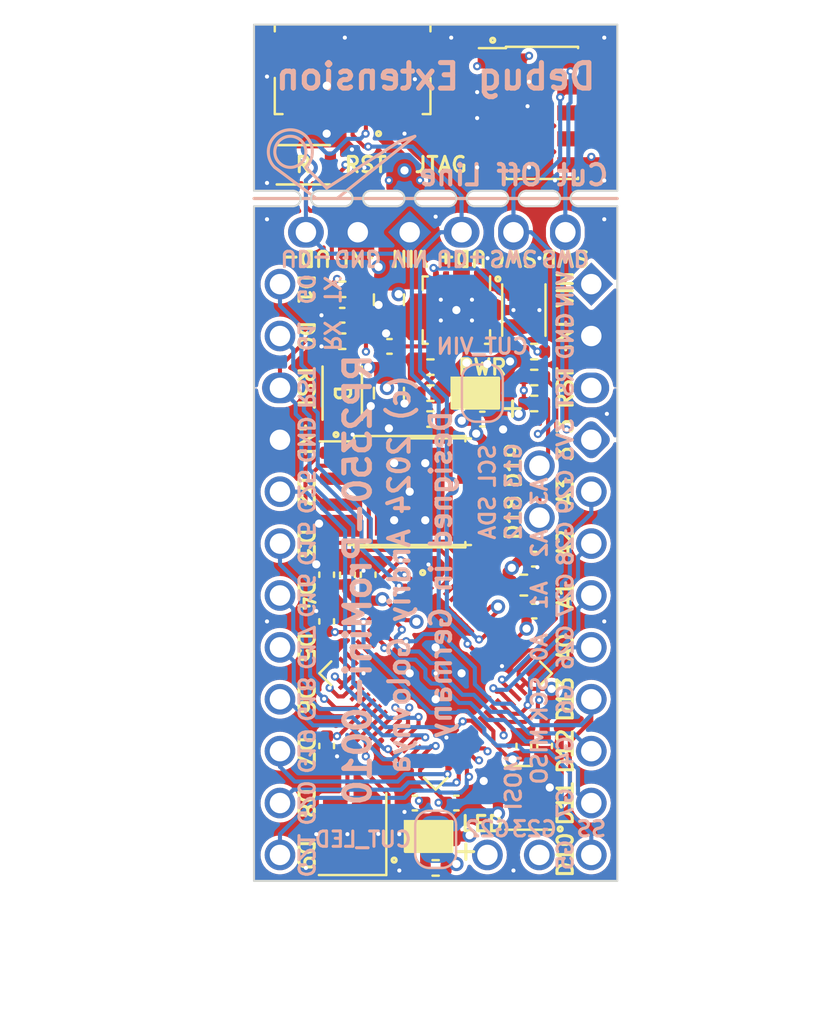
<source format=kicad_pcb>
(kicad_pcb (version 20240108) (generator "pcbnew") (generator_version "8.0")
  (title_block (title "RP2350-ProMini-0010") (date "2024-09-14") (rev "1.0") (company "(c) 2024 Andriy Golovnya") (comment 1 "RP2350 based board with Arduino Pro Mini footprint and debug extension") (comment 2 "Designed in Germany"))
  (layers (0 "F.Cu" signal) (1 "In1.Cu" mixed) (2 "In2.Cu" power) (31 "B.Cu" signal) (34 "B.Paste" user) (35 "F.Paste" user) (36 "B.SilkS" user "B.Silkscreen") (37 "F.SilkS" user "F.Silkscreen") (38 "B.Mask" user) (39 "F.Mask" user) (44 "Edge.Cuts" user))
  (net 0 "")
  (net 1 "D1_TX")
  (net 2 "D0_RX")
  (net 3 "D12_MISO")
  (net 4 "D13_SCK")
  (net 5 "D11_MOSI")
  (net 6 "D3")
  (net 7 "D4")
  (net 8 "D5")
  (net 9 "D6")
  (net 10 "D7")
  (net 11 "D8")
  (net 12 "D9")
  (net 13 "D2")
  (net 14 "D14_A0")
  (net 15 "D15_A1")
  (net 16 "D16_A2")
  (net 17 "D17_A3")
  (net 18 "GND")
  (net 19 "RESET")
  (net 20 "VIN")
  (net 21 "D10_SS")
  (net 22 "Net-(D1-K)")
  (net 23 "QSPI_SD3")
  (net 24 "QSPI_SCLK")
  (net 25 "QSPI_SD0")
  (net 26 "QSPI_SD2")
  (net 27 "QSPI_SD1")
  (net 28 "QSPI_SS")
  (net 29 "+1V1")
  (net 30 "XIN")
  (net 31 "XOUT")
  (net 32 "USB_DP")
  (net 33 "SWCLK")
  (net 34 "SWD")
  (net 35 "Net-(D2-K)")
  (net 36 "Net-(JP1-A)")
  (net 37 "D19_SCL")
  (net 38 "D18_SDA")
  (net 39 "Net-(JP1-B)")
  (net 43 "+3V3")
  (net 44 "USB_DN")
  (net 45 "Net-(R7-Pad1)")
  (net 46 "Net-(U3-VAUX)")
  (net 47 "Net-(U3-PG)")
  (net 48 "/L1")
  (net 49 "/L2")
  (net 50 "/FB")
  (net 51 "/VOUT")
  (net 52 "D20")
  (net 53 "D21")
  (net 64 "VERG_LX")
  (footprint "Capacitor_SMD:C_0402_1005Metric" (layer "F.Cu") (at 148.336 111.252)
    (property "Reference" "C16" (hide yes))
    (property "Value" "2.2uF")
  )
  (footprint "RP2040-ProMini:RP2350A_QFN-60_EP_7.75x7.75_Pitch0.4mm" (layer "F.Cu") (at 143.51 116.84 -45)
    (property "Reference" "U2" (hide yes))
    (property "Value" "RP2350A-QFN60")
  )
  (footprint "Capacitor_SMD:C_0805_2012Metric" (layer "F.Cu") (at 141.224 103.124 -90)
    (property "Reference" "C14" (hide yes))
    (property "Value" "10uF" (hide yes))
  )
  (footprint "Connector_USB:USB_Micro-B_Molex_47346-0001" (layer "F.Cu") (at 139.446 87.757 180)
    (property "Reference" "J6" (hide yes))
    (property "Value" "USB_B_Micro" (hide yes))
  )
  (footprint "LED_SMD:LED_0603_1608Metric" (layer "F.Cu") (at 145.796 103.124)
    (property "Reference" "D2" (hide yes))
    (property "Value" "RED" (hide yes))
  )
  (footprint "Capacitor_SMD:C_0402_1005Metric" (layer "F.Cu") (at 138.176 120.396 -90)
    (property "Reference" "C10" (hide yes))
    (property "Value" "100nF" (hide yes))
  )
  (footprint "Capacitor_SMD:C_0402_1005Metric" (layer "F.Cu") (at 148.844 120.396 -90)
    (property "Reference" "C6" (hide yes))
    (property "Value" "100nF" (hide yes))
  )
  (footprint "Capacitor_SMD:C_0402_1005Metric" (layer "F.Cu") (at 142.494 123.19 180)
    (property "Reference" "C7" (hide yes))
    (property "Value" "100nF" (hide yes))
  )
  (footprint "Capacitor_SMD:C_0805_2012Metric" (layer "F.Cu") (at 141.224 98.552 -90)
    (property "Reference" "C12" (hide yes))
    (property "Value" "10uF" (hide yes))
  )
  (footprint "Capacitor_SMD:C_0402_1005Metric" (layer "F.Cu") (at 139.192 112.014 90)
    (property "Reference" "C9" (hide yes))
    (property "Value" "100nF" (hide yes))
  )
  (footprint "RP2040-ProMini:SW_EVPBB0AAB000" (layer "F.Cu") (at 137.033 91.948 180)
    (property "Reference" "S2" (hide yes))
    (property "Value" "RESET" (hide yes))
  )
  (footprint "Resistor_SMD:R_0402_1005Metric" (layer "F.Cu") (at 143.256 101.854)
    (property "Reference" "R10" (hide yes))
    (property "Value" "174k" (hide yes))
  )
  (footprint "Resistor_SMD:R_0402_1005Metric" (layer "F.Cu") (at 148.336 102.362)
    (property "Reference" "R4" (hide yes))
    (property "Value" "10k" (hide yes))
  )
  (footprint "Resistor_SMD:R_0402_1005Metric" (layer "F.Cu") (at 143.51 126.365)
    (property "Reference" "R1" (hide yes))
    (property "Value" "5k1" (hide yes))
  )
  (footprint "Package_SON:WSON-8-1EP_6x5mm_P1.27mm_EP3.4x4.3mm" (layer "F.Cu") (at 142.24 107.95)
    (property "Reference" "U4" (hide yes))
    (property "Value" "W25Q128JVEIQ" (hide yes))
  )
  (footprint "Package_SO:SOIC-8_5.23x5.23mm_P1.27mm" (layer "F.Cu") (at 142.24 107.95)
    (property "Reference" "U1" (hide yes))
    (property "Value" "W25Q128JVS" (hide yes))
  )
  (footprint "RP2040-ProMini:SW_EVPBB0AAB000" (layer "F.Cu") (at 138.938 103.124 90)
    (property "Reference" "S1" (hide yes))
    (property "Value" "BOOTSEL" (hide yes))
  )
  (footprint "Resistor_SMD:R_0402_1005Metric" (layer "F.Cu") (at 148.336 103.632)
    (property "Reference" "R3" (hide yes))
    (property "Value" "10k" (hide yes))
  )
  (footprint "Inductor_SMD:L_0603_1608Metric" (layer "F.Cu") (at 147.828 112.522 180)
    (property "Reference" "L2" (hide yes))
    (property "Value" "3.3uH")
  )
  (footprint "Capacitor_SMD:C_0402_1005Metric" (layer "F.Cu") (at 138.938 99.314 180)
    (property "Reference" "C13" (hide yes))
    (property "Value" "100nF" (hide yes))
  )
  (footprint "Crystal:Crystal_SMD_3225-4Pin_3.2x2.5mm" (layer "F.Cu") (at 139.446 124.714 90)
    (property "Reference" "Y1" (hide yes))
    (property "Value" "12MHz" (hide yes))
  )
  (footprint "Capacitor_SMD:C_0402_1005Metric" (layer "F.Cu") (at 140.208 112.014 90)
    (property "Reference" "C4" (hide yes))
    (property "Value" "100nF" (hide yes))
  )
  (footprint "Capacitor_SMD:C_0402_1005Metric" (layer "F.Cu") (at 145.796 104.394)
    (property "Reference" "C2" (hide yes))
    (property "Value" "100nF" (hide yes))
  )
  (footprint "Capacitor_SMD:C_0402_1005Metric" (layer "F.Cu") (at 147.828 120.396 90)
    (property "Reference" "C11" (hide yes))
    (property "Value" "100nF" (hide yes))
  )
  (footprint "Capacitor_SMD:C_0402_1005Metric" (layer "F.Cu") (at 138.176 114.3 90)
    (property "Reference" "C3" (hide yes))
    (property "Value" "100nF" (hide yes))
  )
  (footprint "Package_TO_SOT_SMD:SOT-23" (layer "F.Cu") (at 147.574 122.936 180)
    (property "Reference" "Q1" (hide yes))
    (property "Value" "AO3400A" (hide yes))
  )
  (footprint "Resistor_SMD:R_0402_1005Metric" (layer "F.Cu") (at 138.938 98.044)
    (property "Reference" "R5" (hide yes))
    (property "Value" "10k" (hide yes))
  )
  (footprint "Resistor_SMD:R_0402_1005Metric" (layer "F.Cu") (at 138.938 100.584 180)
    (property "Reference" "R7" (hide yes))
    (property "Value" "1k" (hide yes))
  )
  (footprint "Resistor_SMD:R_0402_1005Metric" (layer "F.Cu") (at 148.336 101.092 180)
    (property "Reference" "R8" (hide yes))
    (property "Value" "1M" (hide yes))
  )
  (footprint "Package_SON:Texas_S-PWSON-N10_ThermalVias" (layer "F.Cu") (at 144.526 99.061 -90)
    (property "Reference" "U3" (hide yes))
    (property "Value" "TPS63060" (hide yes))
  )
  (footprint "Resistor_SMD:R_0402_1005Metric" (layer "F.Cu") (at 143.256 104.394 180)
    (property "Reference" "R6" (hide yes))
    (property "Value" "5k1" (hide yes))
  )
  (footprint "Resistor_SMD:R_0402_1005Metric" (layer "F.Cu") (at 143.256 103.124)
    (property "Reference" "R9" (hide yes))
    (property "Value" "1M" (hide yes))
  )
  (footprint "Capacitor_SMD:C_0402_1005Metric" (layer "F.Cu") (at 148.336 113.792)
    (property "Reference" "C1" (hide yes))
    (property "Value" "2.2uF")
  )
  (footprint "Capacitor_SMD:C_0402_1005Metric" (layer "F.Cu") (at 141.252 100.838 180)
    (property "Reference" "C15" (hide yes))
    (property "Value" "100nF" (hide yes))
  )
  (footprint "LED_SMD:LED_0603_1608Metric" (layer "F.Cu") (at 143.51 124.826)
    (property "Reference" "D1" (hide yes))
    (property "Value" "RED" (hide yes))
  )
  (footprint "Capacitor_SMD:C_0402_1005Metric" (layer "F.Cu") (at 144.526 123.19)
    (property "Reference" "C8" (hide yes))
    (property "Value" "100nF" (hide yes))
  )
  (footprint "Inductor_SMD:L_Murata_DFE201610P" (layer "F.Cu") (at 147.828 99.06 -90)
    (property "Reference" "L1" (hide yes))
    (property "Value" "1.5uH" (hide yes))
  )
  (footprint "Capacitor_SMD:C_0402_1005Metric" (layer "F.Cu") (at 138.176 112.014 90)
    (property "Reference" "C5" (hide yes))
    (property "Value" "2.2uF")
  )
  (footprint "Connector_PinHeader_1.27mm:PinHeader_2x05_P1.27mm_Vertical_SMD" (layer "F.Cu") (at 148.717 89.408)
    (property "Reference" "J7" (hide yes))
    (property "Value" "CONN_JTAG" (hide yes))
  )
  (footprint "Connector_PinHeader_2.54mm:PinHeader_1x12_P2.54mm_Vertical" (layer "B.Cu") (at 151.13 97.79 180)
    (property "Reference" "J4" (hide yes))
    (property "Value" "CONN_R" (hide yes))
  )
  (footprint "Connector_PinHeader_2.54mm:PinHeader_1x06_P2.54mm_Vertical" (layer "B.Cu") (at 137.16 95.25 -90)
    (property "Reference" "J2" (hide yes))
    (property "Value" "CONN_U" (hide yes))
  )
  (footprint "Connector_PinHeader_2.54mm:PinHeader_1x12_P2.54mm_Vertical" (layer "B.Cu") (at 135.89 97.79 180)
    (property "Reference" "J1" (hide yes))
    (property "Value" "CONN_L" (hide yes))
  )
  (footprint "Connector_PinHeader_2.54mm:PinHeader_1x02_P2.54mm_Vertical" (layer "B.Cu") (at 146.045 125.73 -90)
    (property "Reference" "J5" (hide yes))
    (property "Value" "CONN_R3" (hide yes))
  )
  (footprint "Connector_PinHeader_2.54mm:PinHeader_1x02_P2.54mm_Vertical" (layer "B.Cu") (at 148.59 106.68 180)
    (property "Reference" "J3" (hide yes))
    (property "Value" "CONN_R2" (hide yes))
  )
  (footprint "Jumper:SolderJumper-2_P1.3mm_Bridged_RoundedPad1.0x1.5mm" (layer "B.Cu") (at 143.51 124.968 -90)
    (property "Reference" "JP1" (hide yes))
    (property "Value" "CUT_LED" (hide yes))
  )
  (footprint "Jumper:SolderJumper-2_P1.3mm_Bridged_RoundedPad1.0x1.5mm" (layer "B.Cu") (at 145.796 103.124 -90)
    (property "Reference" "JP2" (hide yes))
    (property "Value" "CUT_VIN" (hide yes))
  )
  (gr_circle (center 136.398 91.313) (end 136.398 90.551) (stroke (width 0.15)) (fill none) (layer "B.SilkS"))
  (gr_line (start 152.4 93.599) (end 134.62 93.599) (stroke (width 0.15)) (layer "B.SilkS"))
  (gr_line (start 135.636 92.075) (end 137.668 93.599) (stroke (width 0.15)) (layer "B.SilkS"))
  (gr_arc (start 135.636001 92.074999) (mid 136.398 90.235371) (end 137.159999 92.074999) (stroke (width 0.15)) (layer "B.SilkS"))
  (gr_line (start 138.176 93.091) (end 137.16 92.075) (stroke (width 0.15)) (layer "B.SilkS"))
  (gr_line (start 138.176 93.091) (end 141.732 90.805) (stroke (width 0.15)) (layer "B.SilkS"))
  (gr_line (start 138.684 93.599) (end 142.494 90.551) (stroke (width 0.15)) (layer "B.SilkS"))
  (gr_line (start 142.494 90.551) (end 141.732 90.805) (stroke (width 0.15)) (layer "B.SilkS"))
  (gr_rect (start 144.311 102.389) (end 146.596 103.859) (stroke (width 0.15)) (fill solid) (layer "F.SilkS"))
  (gr_circle (center 146.304 85.852) (end 146.4056 85.852) (stroke (width 0.15)) (fill none) (layer "F.SilkS"))
  (gr_line (start 134.62 93.599) (end 152.4 93.599) (stroke (width 0.15)) (layer "F.SilkS"))
  (gr_circle (center 140.716 90.424) (end 140.8176 90.424) (stroke (width 0.15)) (fill none) (layer "F.SilkS"))
  (gr_circle (center 141.478 125.984) (end 141.3764 125.984) (stroke (width 0.15)) (fill none) (layer "F.SilkS"))
  (gr_circle (center 146.558 97.536) (end 146.6596 97.536) (stroke (width 0.15)) (fill none) (layer "F.SilkS"))
  (gr_circle (center 138.6332 105.156) (end 138.7348 105.156) (stroke (width 0.15)) (fill none) (layer "F.SilkS"))
  (gr_circle (center 142.875 111.910871) (end 142.7734 111.910871) (stroke (width 0.15)) (fill none) (layer "F.SilkS"))
  (gr_rect (start 142.025 124.091) (end 144.31 125.561) (stroke (width 0.15)) (fill solid) (layer "F.SilkS"))
  (gr_circle (center 149.606 124.46) (end 149.5044 124.46) (stroke (width 0.15)) (fill none) (layer "F.SilkS"))
  (gr_line (start 142.875 93.218) (end 144.145 93.218) (stroke (width 0.1)) (layer "Edge.Cuts"))
  (gr_arc (start 141.605 93.218) (mid 141.986 93.599) (end 141.605 93.98) (stroke (width 0.1)) (layer "Edge.Cuts"))
  (gr_line (start 150.495 93.98) (end 152.4 93.98) (stroke (width 0.1)) (layer "Edge.Cuts"))
  (gr_line (start 134.62 127) (end 152.4 127) (stroke (width 0.1)) (layer "Edge.Cuts"))
  (gr_line (start 145.415 93.218) (end 146.685 93.218) (stroke (width 0.1)) (layer "Edge.Cuts"))
  (gr_arc (start 139.065 93.218) (mid 139.446 93.599) (end 139.065 93.98) (stroke (width 0.1)) (layer "Edge.Cuts"))
  (gr_arc (start 137.795 93.98) (mid 137.414 93.599) (end 137.795 93.218) (stroke (width 0.1)) (layer "Edge.Cuts"))
  (gr_line (start 137.795 93.218) (end 139.065 93.218) (stroke (width 0.1)) (layer "Edge.Cuts"))
  (gr_arc (start 140.335 93.98) (mid 139.954 93.599) (end 140.335 93.218) (stroke (width 0.1)) (layer "Edge.Cuts"))
  (gr_line (start 136.525 93.98) (end 134.62 93.98) (stroke (width 0.1)) (layer "Edge.Cuts"))
  (gr_arc (start 150.495 93.98) (mid 150.114 93.599) (end 150.495 93.218) (stroke (width 0.1)) (layer "Edge.Cuts"))
  (gr_line (start 134.62 85.09) (end 134.62 93.218) (stroke (width 0.1)) (layer "Edge.Cuts"))
  (gr_arc (start 147.955 93.98) (mid 147.574 93.599) (end 147.955 93.218) (stroke (width 0.1)) (layer "Edge.Cuts"))
  (gr_line (start 134.62 93.218) (end 136.525 93.218) (stroke (width 0.1)) (layer "Edge.Cuts"))
  (gr_arc (start 146.685 93.218) (mid 147.066 93.599) (end 146.685 93.98) (stroke (width 0.1)) (layer "Edge.Cuts"))
  (gr_line (start 147.955 93.218) (end 149.225 93.218) (stroke (width 0.1)) (layer "Edge.Cuts"))
  (gr_line (start 140.335 93.98) (end 141.605 93.98) (stroke (width 0.1)) (layer "Edge.Cuts"))
  (gr_line (start 152.4 127) (end 152.4 93.98) (stroke (width 0.1)) (layer "Edge.Cuts"))
  (gr_line (start 134.62 93.98) (end 134.62 127) (stroke (width 0.1)) (layer "Edge.Cuts"))
  (gr_line (start 152.4 93.218) (end 152.4 85.09) (stroke (width 0.1)) (layer "Edge.Cuts"))
  (gr_line (start 152.4 85.09) (end 134.62 85.09) (stroke (width 0.1)) (layer "Edge.Cuts"))
  (gr_line (start 141.605 93.218) (end 140.335 93.218) (stroke (width 0.1)) (layer "Edge.Cuts"))
  (gr_line (start 145.415 93.98) (end 146.685 93.98) (stroke (width 0.1)) (layer "Edge.Cuts"))
  (gr_arc (start 144.145 93.218) (mid 144.526 93.599) (end 144.145 93.98) (stroke (width 0.1)) (layer "Edge.Cuts"))
  (gr_line (start 142.875 93.98) (end 144.145 93.98) (stroke (width 0.1)) (layer "Edge.Cuts"))
  (gr_line (start 147.955 93.98) (end 149.225 93.98) (stroke (width 0.1)) (layer "Edge.Cuts"))
  (gr_arc (start 149.225 93.218) (mid 149.606 93.599) (end 149.225 93.98) (stroke (width 0.1)) (layer "Edge.Cuts"))
  (gr_line (start 150.495 93.218) (end 152.4 93.218) (stroke (width 0.1)) (layer "Edge.Cuts"))
  (gr_arc (start 145.415 93.98) (mid 145.034 93.599) (end 145.415 93.218) (stroke (width 0.1)) (layer "Edge.Cuts"))
  (gr_line (start 137.795 93.98) (end 139.065 93.98) (stroke (width 0.1)) (layer "Edge.Cuts"))
  (gr_arc (start 142.875 93.98) (mid 142.494 93.599) (end 142.875 93.218) (stroke (width 0.1)) (layer "Edge.Cuts"))
  (gr_arc (start 136.525 93.218) (mid 136.906 93.599) (end 136.525 93.98) (stroke (width 0.1)) (layer "Edge.Cuts"))
  (gr_text "G23" (at 148.336 124.46 0) (layer "B.SilkS") (effects (font (size 0.75 0.75) (thickness 0.15) (bold yes)) (justify mirror)))
  (gr_text "VIN" (at 142.24 96.52 180) (layer "B.SilkS") (effects (font (size 0.75 0.75) (thickness 0.15) (bold yes)) (justify mirror)))
  (gr_text "G25" (at 137.16 107.95 270) (layer "B.SilkS") (effects (font (size 0.75 0.75) (thickness 0.15) (bold yes)) (justify mirror)))
  (gr_text "G16" (at 137.16 113.03 270) (layer "B.SilkS") (effects (font (size 0.75 0.75) (thickness 0.15) (bold yes)) (justify mirror)))
  (gr_text "A3" (at 148.59 107.95 90) (layer "B.SilkS") (effects (font (size 0.75 0.75) (thickness 0.15) (bold yes)) (justify mirror)))
  (gr_text "RX" (at 138.43 100.33 270) (layer "B.SilkS") (effects (font (size 0.75 0.75) (thickness 0.15) (bold yes)) (justify mirror)))
  (gr_text "SCL" (at 146.05 106.68 90) (layer "B.SilkS") (effects (font (size 0.75 0.75) (thickness 0.15) (bold yes)) (justify mirror)))
  (gr_text "UD-" (at 137.16 96.52 180) (layer "B.SilkS") (effects (font (size 0.75 0.75) (thickness 0.15) (bold yes)) (justify mirror)))
  (gr_text "Debug Extension" (at 143.51 87.63 0) (layer "B.SilkS") (effects (font (size 1.25 1.25) (thickness 0.25) (bold yes)) (justify mirror)))
  (gr_text "${COMPANY}" (at 141.732 112.014 90) (layer "B.SilkS") (effects (font (size 1 1) (thickness 0.2) (bold yes)) (justify mirror)))
  (gr_text "G6" (at 149.86 118.11 90) (layer "B.SilkS") (effects (font (size 0.75 0.75) (thickness 0.15) (bold yes)) (justify mirror)))
  (gr_text "G17" (at 137.16 115.57 270) (layer "B.SilkS") (effects (font (size 0.75 0.75) (thickness 0.15) (bold yes)) (justify mirror)))
  (gr_text "SWD" (at 149.86 96.52 180) (layer "B.SilkS") (effects (font (size 0.75 0.75) (thickness 0.15) (bold yes)) (justify mirror)))
  (gr_text "GND" (at 137.16 105.41 270) (layer "B.SilkS") (effects (font (size 0.75 0.75) (thickness 0.15) (bold yes)) (justify mirror)))
  (gr_text "TX" (at 138.43 98.044 270) (layer "B.SilkS") (effects (font (size 0.75 0.75) (thickness 0.15) (bold yes)) (justify mirror)))
  (gr_text "SS" (at 151.13 124.46 0) (layer "B.SilkS") (effects (font (size 0.75 0.75) (thickness 0.15) (bold yes)) (justify mirror)))
  (gr_text "GND" (at 139.7 96.52 180) (layer "B.SilkS") (effects (font (size 0.75 0.75) (thickness 0.15) (bold yes)) (justify mirror)))
  (gr_text "G22" (at 146.05 124.46 0) (layer "B.SilkS") (effects (font (size 0.75 0.75) (thickness 0.15) (bold yes)) (justify mirror)))
  (gr_text "CUT_LED" (at 139.954 124.968 0) (layer "B.SilkS") (effects (font (size 0.75 0.75) (thickness 0.15) (bold yes)) (justify mirror)))
  (gr_text "SWC" (at 147.32 96.52 180) (layer "B.SilkS") (effects (font (size 0.75 0.75) (thickness 0.15) (bold yes)) (justify mirror)))
  (gr_text "CUT_VIN" (at 145.796 100.838 0) (layer "B.SilkS") (effects (font (size 0.75 0.75) (thickness 0.15) (bold yes)) (justify mirror)))
  (gr_text "SCK" (at 148.59 118.11 90) (layer "B.SilkS") (effects (font (size 0.75 0.75) (thickness 0.15) (bold yes)) (justify mirror)))
  (gr_text "MOSI" (at 147.32 122.174 90) (layer "B.SilkS") (effects (font (size 0.75 0.75) (thickness 0.15) (bold yes)) (justify mirror)))
  (gr_text "RST" (at 149.86 102.87 90) (layer "B.SilkS") (effects (font (size 0.75 0.75) (thickness 0.15) (bold yes)) (justify mirror)))
  (gr_text "RST" (at 137.16 102.87 270) (layer "B.SilkS") (effects (font (size 0.75 0.75) (thickness 0.15) (bold yes)) (justify mirror)))
  (gr_text "3V3" (at 149.86 105.41 90) (layer "B.SilkS") (effects (font (size 0.75 0.75) (thickness 0.15) (bold yes)) (justify mirror)))
  (gr_text "G21" (at 137.16 125.73 270) (layer "B.SilkS") (effects (font (size 0.75 0.75) (thickness 0.15) (bold yes)) (justify mirror)))
  (gr_text "GND" (at 149.86 100.33 90) (layer "B.SilkS") (effects (font (size 0.75 0.75) (thickness 0.15) (bold yes)) (justify mirror)))
  (gr_text "Cut Off Line" (at 147.32 92.456 0) (layer "B.SilkS") (effects (font (size 1 1) (thickness 0.2) (bold yes)) (justify mirror)))
  (gr_text "VIN" (at 149.86 98.044 90) (layer "B.SilkS") (effects (font (size 0.75 0.75) (thickness 0.15) (bold yes)) (justify mirror)))
  (gr_text "G29" (at 149.86 107.95 90) (layer "B.SilkS") (effects (font (size 0.75 0.75) (thickness 0.15) (bold yes)) (justify mirror)))
  (gr_text "G19" (at 137.16 120.65 270) (layer "B.SilkS") (effects (font (size 0.75 0.75) (thickness 0.15) (bold yes)) (justify mirror)))
  (gr_text "G0" (at 137.16 98.044 270) (layer "B.SilkS") (effects (font (size 0.75 0.75) (thickness 0.15) (bold yes)) (justify mirror)))
  (gr_text "G26" (at 149.86 115.57 90) (layer "B.SilkS") (effects (font (size 0.75 0.75) (thickness 0.15) (bold yes)) (justify mirror)))
  (gr_text "G15" (at 137.16 110.49 270) (layer "B.SilkS") (effects (font (size 0.75 0.75) (thickness 0.15) (bold yes)) (justify mirror)))
  (gr_text "G13" (at 147.32 106.68 90) (layer "B.SilkS") (effects (font (size 0.75 0.75) (thickness 0.15) (bold yes)) (justify mirror)))
  (gr_text "${COMMENT2}" (at 143.764 112.014 90) (layer "B.SilkS") (effects (font (size 1 1) (thickness 0.2) (bold yes)) (justify mirror)))
  (gr_text "UD+" (at 144.78 96.52 180) (layer "B.SilkS") (effects (font (size 0.75 0.75) (thickness 0.15) (bold yes)) (justify mirror)))
  (gr_text "G1" (at 137.16 100.33 270) (layer "B.SilkS") (effects (font (size 0.75 0.75) (thickness 0.15) (bold yes)) (justify mirror)))
  (gr_text "G18" (at 137.16 118.11 270) (layer "B.SilkS") (effects (font (size 0.75 0.75) (thickness 0.15) (bold yes)) (justify mirror)))
  (gr_text "MISO" (at 148.59 120.904 90) (layer "B.SilkS") (effects (font (size 0.75 0.75) (thickness 0.15) (bold yes)) (justify mirror)))
  (gr_text "A0" (at 148.59 115.57 90) (layer "B.SilkS") (effects (font (size 0.75 0.75) (thickness 0.15) (bold yes)) (justify mirror)))
  (gr_text "G27" (at 149.86 113.03 90) (layer "B.SilkS") (effects (font (size 0.75 0.75) (thickness 0.15) (bold yes)) (justify mirror)))
  (gr_text "G4" (at 149.86 120.65 90) (layer "B.SilkS") (effects (font (size 0.75 0.75) (thickness 0.15) (bold yes)) (justify mirror)))
  (gr_text "G7" (at 149.86 123.19 90) (layer "B.SilkS") (effects (font (size 0.75 0.75) (thickness 0.15) (bold yes)) (justify mirror)))
  (gr_text "A1" (at 148.59 113.03 90) (layer "B.SilkS") (effects (font (size 0.75 0.75) (thickness 0.15) (bold yes)) (justify mirror)))
  (gr_text "G28" (at 149.86 110.49 90) (layer "B.SilkS") (effects (font (size 0.75 0.75) (thickness 0.15) (bold yes)) (justify mirror)))
  (gr_text "${TITLE}" (at 139.7 112.268 90) (layer "B.SilkS") (effects (font (size 1.25 1.25) (thickness 0.25) (bold yes)) (justify mirror)))
  (gr_text "G5" (at 149.86 125.73 90) (layer "B.SilkS") (effects (font (size 0.75 0.75) (thickness 0.15) (bold yes)) (justify mirror)))
  (gr_text "G20" (at 137.16 123.19 270) (layer "B.SilkS") (effects (font (size 0.75 0.75) (thickness 0.15) (bold yes)) (justify mirror)))
  (gr_text "A2" (at 148.59 110.49 90) (layer "B.SilkS") (effects (font (size 0.75 0.75) (thickness 0.15) (bold yes)) (justify mirror)))
  (gr_text "SDA" (at 146.05 109.22 90) (layer "B.SilkS") (effects (font (size 0.75 0.75) (thickness 0.15) (bold yes)) (justify mirror)))
  (gr_text "G12" (at 147.32 109.22 90) (layer "B.SilkS") (effects (font (size 0.75 0.75) (thickness 0.15) (bold yes)) (justify mirror)))
  (gr_text "A2" (at 149.86 110.49 90) (layer "F.SilkS") (effects (font (size 0.75 0.75) (thickness 0.15) (bold yes))))
  (gr_text "D7" (at 137.16 120.65 270) (layer "F.SilkS") (effects (font (size 0.75 0.75) (thickness 0.15) (bold yes))))
  (gr_text "D3" (at 137.16 110.49 270) (layer "F.SilkS") (effects (font (size 0.75 0.75) (thickness 0.15) (bold yes))))
  (gr_text "LED" (at 145.796 124.206 0) (layer "F.SilkS") (effects (font (size 0.75 0.75) (thickness 0.15) (bold yes))))
  (gr_text "RST" (at 140.081 91.948 0) (layer "F.SilkS") (effects (font (size 0.75 0.75) (thickness 0.15) (bold yes))))
  (gr_text "UD+" (at 144.78 96.52 180) (layer "F.SilkS") (effects (font (size 0.75 0.75) (thickness 0.15) (bold yes))))
  (gr_text "D8" (at 137.16 123.19 270) (layer "F.SilkS") (effects (font (size 0.75 0.75) (thickness 0.15) (bold yes))))
  (gr_text "+" (at 146.558 104.394 0) (layer "F.SilkS") (effects (font (size 1 1)) (justify left bottom)))
  (gr_text "D9" (at 137.16 125.73 270) (layer "F.SilkS") (effects (font (size 0.75 0.75) (thickness 0.15) (bold yes))))
  (gr_text "D13" (at 149.86 118.11 90) (layer "F.SilkS") (effects (font (size 0.75 0.75) (thickness 0.15) (bold yes))))
  (gr_text "GND" (at 149.86 100.33 90) (layer "F.SilkS") (effects (font (size 0.75 0.75) (thickness 0.15) (bold yes))))
  (gr_text "GND" (at 139.7 96.52 180) (layer "F.SilkS") (effects (font (size 0.75 0.75) (thickness 0.15) (bold yes))))
  (gr_text "B" (at 138.938 103.124 270) (layer "F.SilkS") (effects (font (size 0.75 0.75) (thickness 0.15) (bold yes))))
  (gr_text "A1" (at 149.86 113.03 90) (layer "F.SilkS") (effects (font (size 0.75 0.75) (thickness 0.15) (bold yes))))
  (gr_text "D12" (at 149.86 120.65 90) (layer "F.SilkS") (effects (font (size 0.75 0.75) (thickness 0.15) (bold yes))))
  (gr_text "D6" (at 137.16 118.11 270) (layer "F.SilkS") (effects (font (size 0.75 0.75) (thickness 0.15) (bold yes))))
  (gr_text "UD-" (at 137.16 96.52 180) (layer "F.SilkS") (effects (font (size 0.75 0.75) (thickness 0.15) (bold yes))))
  (gr_text "D18" (at 147.32 109.22 90) (layer "F.SilkS") (effects (font (size 0.75 0.75) (thickness 0.15) (bold yes))))
  (gr_text "R" (at 137.033 91.948 0) (layer "F.SilkS") (effects (font (size 0.75 0.75) (thickness 0.15) (bold yes))))
  (gr_text "PWR" (at 145.796 101.854 0) (layer "F.SilkS") (effects (font (size 0.75 0.75) (thickness 0.15) (bold yes))))
  (gr_text "RST" (at 149.86 102.87 90) (layer "F.SilkS") (effects (font (size 0.75 0.75) (thickness 0.15) (bold yes))))
  (gr_text "GND" (at 137.16 105.41 270) (layer "F.SilkS") (effects (font (size 0.75 0.75) (thickness 0.15) (bold yes))))
  (gr_text "D4" (at 137.16 113.03 270) (layer "F.SilkS") (effects (font (size 0.75 0.75) (thickness 0.15) (bold yes))))
  (gr_text "SWC" (at 147.32 96.52 180) (layer "F.SilkS") (effects (font (size 0.75 0.75) (thickness 0.15) (bold yes))))
  (gr_text "D0" (at 137.16 100.33 270) (layer "F.SilkS") (effects (font (size 0.75 0.75) (thickness 0.15) (bold yes))))
  (gr_text "3V3" (at 149.86 105.41 90) (layer "F.SilkS") (effects (font (size 0.75 0.75) (thickness 0.15) (bold yes))))
  (gr_text "JTAG" (at 143.764 91.948 0) (layer "F.SilkS") (effects (font (size 0.75 0.75) (thickness 0.15) (bold yes))))
  (gr_text "D2" (at 137.16 107.95 270) (layer "F.SilkS") (effects (font (size 0.75 0.75) (thickness 0.15) (bold yes))))
  (gr_text "D5" (at 137.16 115.57 270) (layer "F.SilkS") (effects (font (size 0.75 0.75) (thickness 0.15) (bold yes))))
  (gr_text "A3" (at 149.86 107.95 90) (layer "F.SilkS") (effects (font (size 0.75 0.75) (thickness 0.15) (bold yes))))
  (gr_text "D11" (at 149.86 123.19 90) (layer "F.SilkS") (effects (font (size 0.75 0.75) (thickness 0.15) (bold yes))))
  (gr_text "RST" (at 137.16 102.87 270) (layer "F.SilkS") (effects (font (size 0.75 0.75) (thickness 0.15) (bold yes))))
  (gr_text "+" (at 144.272 126.078703 0) (layer "F.SilkS") (effects (font (size 1 1)) (justify left bottom)))
  (gr_text "D19" (at 147.32 106.68 90) (layer "F.SilkS") (effects (font (size 0.75 0.75) (thickness 0.15) (bold yes))))
  (gr_text "SWD" (at 149.86 96.52 180) (layer "F.SilkS") (effects (font (size 0.75 0.75) (thickness 0.15) (bold yes))))
  (gr_text "D1" (at 137.16 98.044 270) (layer "F.SilkS") (effects (font (size 0.75 0.75) (thickness 0.15) (bold yes))))
  (gr_text "VIN" (at 149.86 98.044 90) (layer "F.SilkS") (effects (font (size 0.75 0.75) (thickness 0.15) (bold yes))))
  (gr_text "A0" (at 149.86 115.57 90) (layer "F.SilkS") (effects (font (size 0.75 0.75) (thickness 0.15) (bold yes))))
  (gr_text "D10" (at 149.86 125.73 90) (layer "F.SilkS") (effects (font (size 0.75 0.75) (thickness 0.15) (bold yes))))
  (gr_text "VIN" (at 142.24 96.52 180) (layer "F.SilkS") (effects (font (size 0.75 0.75) (thickness 0.15) (bold yes))))
  (segment (start 142.776377 112.712264) (end 142.078113 112.014) (width 0.2) (layer "F.Cu") (net 1))
  (segment (start 142.078113 112.014) (end 141.986 112.014) (width 0.2) (layer "F.Cu") (net 1))
  (via (at 141.986 112.014) (size 0.4) (drill 0.2) (layers "F.Cu" "B.Cu") (net 1))
  (segment (start 137.74 106.694314) (end 137.74 104.096629) (width 0.2) (layer "B.Cu") (net 1))
  (segment (start 140.335 109.289314) (end 137.74 106.694314) (width 0.2) (layer "B.Cu") (net 1))
  (segment (start 136.94 99.888938) (end 135.89 98.838938) (width 0.2) (layer "B.Cu") (net 1))
  (segment (start 141.986 112.014) (end 141.80165 112.014) (width 0.2) (layer "B.Cu") (net 1))
  (segment (start 140.335 110.54735) (end 140.335 109.289314) (width 0.2) (layer "B.Cu") (net 1))
  (segment (start 136.94 101.74439) (end 136.94 99.888938) (width 0.2) (layer "B.Cu") (net 1))
  (segment (start 137.567287 102.371677) (end 136.94 101.74439) (width 0.2) (layer "B.Cu") (net 1))
  (segment (start 137.567287 103.923916) (end 137.567287 102.371677) (width 0.2) (layer "B.Cu") (net 1))
  (segment (start 141.80165 112.014) (end 140.335 110.54735) (width 0.2) (layer "B.Cu") (net 1))
  (segment (start 135.89 98.838938) (end 135.89 97.79) (width 0.2) (layer "B.Cu") (net 1))
  (segment (start 137.74 104.096629) (end 137.567287 103.923916) (width 0.2) (layer "B.Cu") (net 1))
  (segment (start 142.493534 112.995107) (end 142.049085 112.550658) (width 0.2) (layer "F.Cu") (net 2))
  (segment (start 142.049085 112.550658) (end 141.717671 112.550658) (width 0.2) (layer "F.Cu") (net 2))
  (via (at 141.717671 112.550658) (size 0.4) (drill 0.2) (layers "F.Cu" "B.Cu") (net 2))
  (segment (start 137.060005 103.309919) (end 137.065 103.304924) (width 0.2) (layer "B.Cu") (net 2))
  (segment (start 139.88 109.4) (end 137.34 106.86) (width 0.2) (layer "B.Cu") (net 2))
  (segment (start 141.717671 112.550658) (end 139.88 110.712987) (width 0.2) (layer "B.Cu") (net 2))
  (segment (start 136.54 100.98) (end 135.89 100.33) (width 0.2) (layer "B.Cu") (net 2))
  (segment (start 139.88 110.712987) (end 139.88 109.4) (width 0.2) (layer "B.Cu") (net 2))
  (segment (start 136.54 101.910076) (end 136.54 100.98) (width 0.2) (layer "B.Cu") (net 2))
  (segment (start 137.065 103.304924) (end 137.065 102.435076) (width 0.2) (layer "B.Cu") (net 2))
  (segment (start 137.34 104.262315) (end 137.060005 103.98232) (width 0.2) (layer "B.Cu") (net 2))
  (segment (start 137.065 102.435076) (end 136.54 101.910076) (width 0.2) (layer "B.Cu") (net 2))
  (segment (start 137.34 106.86) (end 137.34 104.262315) (width 0.2) (layer "B.Cu") (net 2))
  (segment (start 137.060005 103.98232) (end 137.060005 103.309919) (width 0.2) (layer "B.Cu") (net 2))
  (segment (start 141.854889 114.619204) (end 141.362163 114.126478) (width 0.2) (layer "F.Cu") (net 3))
  (segment (start 141.854889 114.707813) (end 141.854889 114.619204) (width 0.2) (layer "F.Cu") (net 3))
  (via (at 141.854889 114.707813) (size 0.4) (drill 0.2) (layers "F.Cu" "B.Cu") (net 3))
  (segment (start 141.562951 115.400951) (end 141.56295 115.479781) (width 0.2) (layer "B.Cu") (net 3))
  (segment (start 141.855842 115.772673) (end 142.696673 115.772673) (width 0.2) (layer "B.Cu") (net 3))
  (segment (start 141.56295 115.479781) (end 141.855842 115.772673) (width 0.2) (layer "B.Cu") (net 3))
  (segment (start 145.380472 117.890786) (end 146.215686 118.726) (width 0.2) (layer "B.Cu") (net 3))
  (segment (start 141.854889 114.707813) (end 141.855844 114.708768) (width 0.2) (layer "B.Cu") (net 3))
  (segment (start 148.08937 119.78) (end 150.26 119.78) (width 0.2) (layer "B.Cu") (net 3))
  (segment (start 141.56295 115.065567) (end 141.562951 115.400951) (width 0.2) (layer "B.Cu") (net 3))
  (segment (start 146.215686 118.726) (end 147.03537 118.726) (width 0.2) (layer "B.Cu") (net 3))
  (segment (start 141.855844 114.772673) (end 141.56295 115.065567) (width 0.2) (layer "B.Cu") (net 3))
  (segment (start 141.855844 114.708768) (end 141.855844 114.772673) (width 0.2) (layer "B.Cu") (net 3))
  (segment (start 150.26 119.78) (end 151.13 120.65) (width 0.2) (layer "B.Cu") (net 3))
  (segment (start 143.717107 116.34) (end 144.01 116.632893) (width 0.2) (layer "B.Cu") (net 3))
  (segment (start 144.824091 117.890786) (end 145.380472 117.890786) (width 0.2) (layer "B.Cu") (net 3))
  (segment (start 144.01 117.076695) (end 144.824091 117.890786) (width 0.2) (layer "B.Cu") (net 3))
  (segment (start 147.03537 118.726) (end 148.08937 119.78) (width 0.2) (layer "B.Cu") (net 3))
  (segment (start 143.264 116.34) (end 143.717107 116.34) (width 0.2) (layer "B.Cu") (net 3))
  (segment (start 142.696673 115.772673) (end 143.264 116.34) (width 0.2) (layer "B.Cu") (net 3))
  (segment (start 144.01 116.632893) (end 144.01 117.076695) (width 0.2) (layer "B.Cu") (net 3))
  (segment (start 148.91 123.886) (end 148.5115 123.886) (width 0.2) (layer "F.Cu") (net 4))
  (segment (start 150.08 120.201961) (end 150.08 122.716) (width 0.2) (layer "F.Cu") (net 4))
  (segment (start 151.13 118.11) (end 151.13 119.151961) (width 0.2) (layer "F.Cu") (net 4))
  (segment (start 142.066283 115.269341) (end 141.373656 115.269341) (width 0.2) (layer "F.Cu") (net 4))
  (segment (start 141.373656 115.269341) (end 140.796478 114.692163) (width 0.2) (layer "F.Cu") (net 4))
  (segment (start 151.13 119.151961) (end 150.08 120.201961) (width 0.2) (layer "F.Cu") (net 4))
  (segment (start 150.08 122.716) (end 148.91 123.886) (width 0.2) (layer "F.Cu") (net 4))
  (via (at 142.066283 115.269341) (size 0.4) (drill 0.2) (layers "F.Cu" "B.Cu") (net 4))
  (segment (start 146.381372 118.326) (end 147.201055 118.326) (width 0.2) (layer "B.Cu") (net 4))
  (segment (start 148.255055 119.38) (end 150.622 119.38) (width 0.2) (layer "B.Cu") (net 4))
  (segment (start 142.89 114.92) (end 143.779239 114.92) (width 0.2) (layer "B.Cu") (net 4))
  (segment (start 147.201055 118.326) (end 148.255055 119.38) (width 0.2) (layer "B.Cu") (net 4))
  (segment (start 145.43 116.570761) (end 145.43 117.374628) (width 0.2) (layer "B.Cu") (net 4))
  (segment (start 150.622 119.38) (end 151.13 118.872) (width 0.2) (layer "B.Cu") (net 4))
  (segment (start 142.540659 115.269341) (end 142.89 114.92) (width 0.2) (layer "B.Cu") (net 4))
  (segment (start 151.13 118.872) (end 151.13 118.11) (width 0.2) (layer "B.Cu") (net 4))
  (segment (start 143.779239 114.92) (end 145.43 116.570761) (width 0.2) (layer "B.Cu") (net 4))
  (segment (start 142.066283 115.269341) (end 142.540659 115.269341) (width 0.2) (layer "B.Cu") (net 4))
  (segment (start 145.43 117.374628) (end 146.381372 118.326) (width 0.2) (layer "B.Cu") (net 4))
  (segment (start 140.997233 115.458604) (end 140.513635 114.975006) (width 0.2) (layer "F.Cu") (net 5))
  (segment (start 140.997233 115.600024) (end 140.997233 115.458604) (width 0.2) (layer "F.Cu") (net 5))
  (via (at 140.997233 115.600024) (size 0.4) (drill 0.2) (layers "F.Cu" "B.Cu") (net 5))
  (segment (start 143.707619 117.34) (end 144.658405 118.290786) (width 0.2) (layer "B.Cu") (net 5))
  (segment (start 150.48 122.736314) (end 150.933686 123.19) (width 0.2) (layer "B.Cu") (net 5))
  (segment (start 143.01 117.047107) (end 143.302893 117.34) (width 0.2) (layer "B.Cu") (net 5))
  (segment (start 147.923685 120.18) (end 149.136 120.18) (width 0.2) (layer "B.Cu") (net 5))
  (segment (start 142.530987 116.172673) (end 143.01 116.651686) (width 0.2) (layer "B.Cu") (net 5))
  (segment (start 140.997233 115.600024) (end 141.117507 115.600024) (width 0.2) (layer "B.Cu") (net 5))
  (segment (start 143.01 116.651686) (end 143.01 117.047107) (width 0.2) (layer "B.Cu") (net 5))
  (segment (start 141.117507 115.600024) (end 141.690156 116.172673) (width 0.2) (layer "B.Cu") (net 5))
  (segment (start 149.136 120.18) (end 150.48 121.524) (width 0.2) (layer "B.Cu") (net 5))
  (segment (start 146.05 119.126) (end 146.869685 119.126) (width 0.2) (layer "B.Cu") (net 5))
  (segment (start 144.658405 118.290786) (end 145.214786 118.290786) (width 0.2) (layer "B.Cu") (net 5))
  (segment (start 145.214786 118.290786) (end 146.05 119.126) (width 0.2) (layer "B.Cu") (net 5))
  (segment (start 146.869685 119.126) (end 147.923685 120.18) (width 0.2) (layer "B.Cu") (net 5))
  (segment (start 150.933686 123.19) (end 151.13 123.19) (width 0.2) (layer "B.Cu") (net 5))
  (segment (start 141.690156 116.172673) (end 142.530987 116.172673) (width 0.2) (layer "B.Cu") (net 5))
  (segment (start 143.302893 117.34) (end 143.707619 117.34) (width 0.2) (layer "B.Cu") (net 5))
  (segment (start 150.48 121.524) (end 150.48 122.736314) (width 0.2) (layer "B.Cu") (net 5))
  (segment (start 138.602536 118.536536) (end 139.550723 118.536536) (width 0.2) (layer "F.Cu") (net 6))
  (segment (start 138.154619 118.088619) (end 138.602536 118.536536) (width 0.2) (layer "F.Cu") (net 6))
  (segment (start 139.550723 118.536536) (end 139.94795 118.139309) (width 0.2) (layer "F.Cu") (net 6))
  (segment (start 138.052828 118.088619) (end 138.154619 118.088619) (width 0.2) (layer "F.Cu") (net 6))
  (via (at 138.052828 118.088619) (size 0.4) (drill 0.2) (layers "F.Cu" "B.Cu") (net 6))
  (segment (start 135.89 111.506) (end 135.89 110.49) (width 0.2) (layer "B.Cu") (net 6))
  (segment (start 137.74 117.775791) (end 137.74 117.343703) (width 0.2) (layer "B.Cu") (net 6))
  (segment (start 136.94 112.556) (end 135.89 111.506) (width 0.2) (layer "B.Cu") (net 6))
  (segment (start 138.052828 118.088619) (end 137.74 117.775791) (width 0.2) (layer "B.Cu") (net 6))
  (segment (start 137.74 117.343703) (end 137.363332 116.967035) (width 0.2) (layer "B.Cu") (net 6))
  (segment (start 136.94 114.56939) (end 136.94 112.556) (width 0.2) (layer "B.Cu") (net 6))
  (segment (start 137.363332 114.992722) (end 136.94 114.56939) (width 0.2) (layer "B.Cu") (net 6))
  (segment (start 137.363332 116.967035) (end 137.363332 114.992722) (width 0.2) (layer "B.Cu") (net 6))
  (segment (start 142.637901 119.97484) (end 143.002 119.97484) (width 0.2) (layer "F.Cu") (net 7))
  (segment (start 142.210691 120.40205) (end 142.637901 119.97484) (width 0.2) (layer "F.Cu") (net 7))
  (via (at 143.002 119.97484) (size 0.4) (drill 0.2) (layers "F.Cu" "B.Cu") (net 7))
  (segment (start 140.899155 119.87484) (end 139.612934 118.588619) (width 0.2) (layer "B.Cu") (net 7))
  (segment (start 137.845721 118.588619) (end 137.34 118.082898) (width 0.2) (layer "B.Cu") (net 7))
  (segment (start 136.963332 117.132721) (end 136.963332 115.158407) (width 0.2) (layer "B.Cu") (net 7))
  (segment (start 136.963332 115.158407) (end 136.54 114.735075) (width 0.2) (layer "B.Cu") (net 7))
  (segment (start 136.54 114.735075) (end 136.54 113.68) (width 0.2) (layer "B.Cu") (net 7))
  (segment (start 142.902 119.87484) (end 140.899155 119.87484) (width 0.2) (layer "B.Cu") (net 7))
  (segment (start 137.34 117.509389) (end 136.963332 117.132721) (width 0.2) (layer "B.Cu") (net 7))
  (segment (start 139.612934 118.588619) (end 137.845721 118.588619) (width 0.2) (layer "B.Cu") (net 7))
  (segment (start 136.54 113.68) (end 135.89 113.03) (width 0.2) (layer "B.Cu") (net 7))
  (segment (start 137.34 118.082898) (end 137.34 117.509389) (width 0.2) (layer "B.Cu") (net 7))
  (segment (start 143.002 119.97484) (end 142.902 119.87484) (width 0.2) (layer "B.Cu") (net 7))
  (segment (start 142.096307 121.08212) (end 142.493534 120.684893) (width 0.2) (layer "F.Cu") (net 8))
  (segment (start 141.182092 120.547654) (end 141.716558 121.08212) (width 0.2) (layer "F.Cu") (net 8))
  (segment (start 141.716558 121.08212) (end 142.096307 121.08212) (width 0.2) (layer "F.Cu") (net 8))
  (via (at 141.182092 120.547654) (size 0.4) (drill 0.2) (layers "F.Cu" "B.Cu") (net 8))
  (segment (start 136.563332 116.243332) (end 135.89 115.57) (width 0.2) (layer "B.Cu") (net 8))
  (segment (start 136.94 118.248584) (end 136.94 117.675075) (width 0.2) (layer "B.Cu") (net 8))
  (segment (start 137.680035 118.988619) (end 136.94 118.248584) (width 0.2) (layer "B.Cu") (net 8))
  (segment (start 141.182092 120.547654) (end 141.006283 120.547654) (width 0.2) (layer "B.Cu") (net 8))
  (segment (start 136.94 117.675075) (end 136.563332 117.298407) (width 0.2) (layer "B.Cu") (net 8))
  (segment (start 136.563332 117.298407) (end 136.563332 116.243332) (width 0.2) (layer "B.Cu") (net 8))
  (segment (start 139.447248 118.988619) (end 137.680035 118.988619) (width 0.2) (layer "B.Cu") (net 8))
  (segment (start 141.006283 120.547654) (end 139.447248 118.988619) (width 0.2) (layer "B.Cu") (net 8))
  (segment (start 143.348113 120.396) (end 143.51 120.396) (width 0.2) (layer "F.Cu") (net 9))
  (segment (start 142.776377 120.967736) (end 143.348113 120.396) (width 0.2) (layer "F.Cu") (net 9))
  (via (at 143.51 120.396) (size 0.4) (drill 0.2) (layers "F.Cu" "B.Cu") (net 9))
  (segment (start 143.209107 120.47484) (end 141.962013 120.47484) (width 0.2) (layer "B.Cu") (net 9))
  (segment (start 137.514349 119.388619) (end 136.54 118.41427) (width 0.2) (layer "B.Cu") (net 9))
  (segment (start 141.962013 120.47484) (end 141.3892 121.047653) (width 0.2) (layer "B.Cu") (net 9))
  (segment (start 143.51 120.396) (end 143.287947 120.396) (width 0.2) (layer "B.Cu") (net 9))
  (segment (start 140.940596 121.047653) (end 139.281562 119.388619) (width 0.2) (layer "B.Cu") (net 9))
  (segment (start 139.281562 119.388619) (end 137.514349 119.388619) (width 0.2) (layer "B.Cu") (net 9))
  (segment (start 141.3892 121.047653) (end 140.940596 121.047653) (width 0.2) (layer "B.Cu") (net 9))
  (segment (start 136.54 118.41427) (end 136.19427 118.41427) (width 0.2) (layer "B.Cu") (net 9))
  (segment (start 136.19427 118.41427) (end 135.89 118.11) (width 0.2) (layer "B.Cu") (net 9))
  (segment (start 143.287947 120.396) (end 143.209107 120.47484) (width 0.2) (layer "B.Cu") (net 9))
  (segment (start 144.088207 121.378005) (end 143.960781 121.250579) (width 0.2) (layer "F.Cu") (net 10))
  (segment (start 144.088207 121.777225) (end 144.088207 121.378005) (width 0.2) (layer "F.Cu") (net 10))
  (via (at 144.088207 121.777225) (size 0.4) (drill 0.2) (layers "F.Cu" "B.Cu") (net 10))
  (segment (start 141.654628 122.136) (end 136.614 122.136) (width 0.2) (layer "B.Cu") (net 10))
  (segment (start 136.614 122.136) (end 135.89 121.412) (width 0.2) (layer "B.Cu") (net 10))
  (segment (start 135.89 121.412) (end 135.89 120.65) (width 0.2) (layer "B.Cu") (net 10))
  (segment (start 142.013403 121.777225) (end 141.654628 122.136) (width 0.2) (layer "B.Cu") (net 10))
  (segment (start 144.088207 121.777225) (end 142.013403 121.777225) (width 0.2) (layer "B.Cu") (net 10))
  (segment (start 144.640851 121.364964) (end 144.243623 120.967736) (width 0.2) (layer "F.Cu") (net 11))
  (segment (start 144.532788 122.180152) (end 144.640851 122.072089) (width 0.2) (layer "F.Cu") (net 11))
  (segment (start 144.640851 122.072089) (end 144.640851 121.364964) (width 0.2) (layer "F.Cu") (net 11))
  (via (at 144.532788 122.180152) (size 0.4) (drill 0.2) (layers "F.Cu" "B.Cu") (net 11))
  (segment (start 142.176104 122.18021) (end 141.820314 122.536) (width 0.2) (layer "B.Cu") (net 11))
  (segment (start 144.532788 122.180152) (end 144.435715 122.277225) (width 0.2) (layer "B.Cu") (net 11))
  (segment (start 141.820314 122.536) (end 136.544 122.536) (width 0.2) (layer "B.Cu") (net 11))
  (segment (start 143.791287 122.18021) (end 142.176104 122.18021) (width 0.2) (layer "B.Cu") (net 11))
  (segment (start 143.888301 122.277225) (end 143.791287 122.18021) (width 0.2) (layer "B.Cu") (net 11))
  (segment (start 144.435715 122.277225) (end 143.888301 122.277225) (width 0.2) (layer "B.Cu") (net 11))
  (segment (start 136.544 122.536) (end 135.89 123.19) (width 0.2) (layer "B.Cu") (net 11))
  (segment (start 145.040851 121.199278) (end 144.526466 120.684893) (width 0.2) (layer "F.Cu") (net 12))
  (segment (start 145.040851 121.806688) (end 145.040851 121.199278) (width 0.2) (layer "F.Cu") (net 12))
  (segment (start 145.140851 121.906688) (end 145.040851 121.806688) (width 0.2) (layer "F.Cu") (net 12))
  (via (at 145.140851 121.906688) (size 0.4) (drill 0.2) (layers "F.Cu" "B.Cu") (net 12))
  (segment (start 144.325681 122.680152) (end 144.322754 122.677225) (width 0.2) (layer "B.Cu") (net 12))
  (segment (start 135.89 124.714) (end 135.89 125.73) (width 0.2) (layer "B.Cu") (net 12))
  (segment (start 144.739895 122.680152) (end 144.325681 122.680152) (width 0.2) (layer "B.Cu") (net 12))
  (segment (start 143.722616 122.677225) (end 143.625601 122.58021) (width 0.2) (layer "B.Cu") (net 12))
  (segment (start 144.322754 122.677225) (end 143.722616 122.677225) (width 0.2) (layer "B.Cu") (net 12))
  (segment (start 137.668 122.936) (end 135.89 124.714) (width 0.2) (layer "B.Cu") (net 12))
  (segment (start 145.140851 121.906688) (end 145.032788 122.014751) (width 0.2) (layer "B.Cu") (net 12))
  (segment (start 142.34179 122.58021) (end 141.986 122.936) (width 0.2) (layer "B.Cu") (net 12))
  (segment (start 141.986 122.936) (end 137.668 122.936) (width 0.2) (layer "B.Cu") (net 12))
  (segment (start 145.032788 122.387259) (end 144.739895 122.680152) (width 0.2) (layer "B.Cu") (net 12))
  (segment (start 145.032788 122.014751) (end 145.032788 122.387259) (width 0.2) (layer "B.Cu") (net 12))
  (segment (start 143.625601 122.58021) (end 142.34179 122.58021) (width 0.2) (layer "B.Cu") (net 12))
  (segment (start 145.01208 119.156295) (end 145.26061 119.156295) (width 0.2) (layer "F.Cu") (net 13))
  (segment (start 144.836168 119.190786) (end 144.977589 119.190786) (width 0.2) (layer "F.Cu") (net 13))
  (segment (start 144.977589 119.190786) (end 145.01208 119.156295) (width 0.2) (layer "F.Cu") (net 13))
  (segment (start 145.26061 119.156295) (end 145.657837 119.553522) (width 0.2) (layer "F.Cu") (net 13))
  (via (at 144.836168 119.190786) (size 0.4) (drill 0.2) (layers "F.Cu" "B.Cu") (net 13))
  (segment (start 139.08 109.87) (end 137.16 107.95) (width 0.2) (layer "B.Cu") (net 13))
  (segment (start 139.08 117.49) (end 139.08 109.87) (width 0.2) (layer "B.Cu") (net 13))
  (segment (start 141.064841 119.47484) (end 141.008257 119.418256) (width 0.2) (layer "B.Cu") (net 13))
  (segment (start 137.16 107.95) (end 135.89 107.95) (width 0.2) (layer "B.Cu") (net 13))
  (segment (start 144.552114 119.47484) (end 141.064841 119.47484) (width 0.2) (layer "B.Cu") (net 13))
  (segment (start 144.836168 119.190786) (end 144.552114 119.47484) (width 0.2) (layer "B.Cu") (net 13))
  (segment (start 141.008257 119.418256) (end 139.08 117.49) (width 0.2) (layer "B.Cu") (net 13))
  (segment (start 148.515652 118.206331) (end 148.577955 118.144028) (width 0.2) (layer "F.Cu") (net 14))
  (segment (start 148.515652 118.605354) (end 148.515652 118.206331) (width 0.2) (layer "F.Cu") (net 14))
  (segment (start 146.506365 118.704994) (end 147.02075 119.219379) (width 0.2) (layer "F.Cu") (net 14))
  (segment (start 147.02075 119.219379) (end 147.901627 119.219379) (width 0.2) (layer "F.Cu") (net 14))
  (segment (start 147.901627 119.219379) (end 148.515652 118.605354) (width 0.2) (layer "F.Cu") (net 14))
  (via (at 148.577955 118.144028) (size 0.4) (drill 0.2) (layers "F.Cu" "B.Cu") (net 14))
  (segment (start 150.210761 115.57) (end 151.13 115.57) (width 0.2) (layer "B.Cu") (net 14))
  (segment (start 148.53265 118.098723) (end 148.53265 117.248111) (width 0.2) (layer "B.Cu") (net 14))
  (segment (start 148.577955 118.144028) (end 148.53265 118.098723) (width 0.2) (layer "B.Cu") (net 14))
  (segment (start 148.53265 117.248111) (end 150.210761 115.57) (width 0.2) (layer "B.Cu") (net 14))
  (segment (start 148.015652 118.469594) (end 147.665867 118.819379) (width 0.2) (layer "F.Cu") (net 15))
  (segment (start 147.186436 118.819379) (end 146.789208 118.422151) (width 0.2) (layer "F.Cu") (net 15))
  (segment (start 147.665867 118.819379) (end 147.186436 118.819379) (width 0.2) (layer "F.Cu") (net 15))
  (segment (start 148.015652 118.392377) (end 148.015652 118.469594) (width 0.2) (layer "F.Cu") (net 15))
  (via (at 148.015652 118.392377) (size 0.4) (drill 0.2) (layers "F.Cu" "B.Cu") (net 15))
  (segment (start 150.495 114.720075) (end 150.495 113.665) (width 0.2) (layer "B.Cu") (net 15))
  (segment (start 148.13265 117.882226) (end 148.13265 117.082425) (width 0.2) (layer "B.Cu") (net 15))
  (segment (start 148.13265 117.082425) (end 150.495 114.720075) (width 0.2) (layer "B.Cu") (net 15))
  (segment (start 150.495 113.665) (end 151.13 113.03) (width 0.2) (layer "B.Cu") (net 15))
  (segment (start 148.015652 117.999224) (end 148.13265 117.882226) (width 0.2) (layer "B.Cu") (net 15))
  (segment (start 148.015652 118.392377) (end 148.015652 117.999224) (width 0.2) (layer "B.Cu") (net 15))
  (segment (start 146.504561 117.742081) (end 146.33424 117.57176) (width 0.2) (layer "F.Cu") (net 16))
  (segment (start 146.674822 117.742081) (end 146.504561 117.742081) (width 0.2) (layer "F.Cu") (net 16))
  (segment (start 147.07205 118.139309) (end 146.674822 117.742081) (width 0.2) (layer "F.Cu") (net 16))
  (via (at 146.33424 117.57176) (size 0.4) (drill 0.2) (layers "F.Cu" "B.Cu") (net 16))
  (segment (start 150.48 112.195075) (end 150.48 111.14) (width 0.2) (layer "B.Cu") (net 16))
  (segment (start 150.08 114.569388) (end 150.08 112.595075) (width 0.2) (layer "B.Cu") (net 16))
  (segment (start 150.48 111.14) (end 151.13 110.49) (width 0.2) (layer "B.Cu") (net 16))
  (segment (start 150.08 112.595075) (end 150.48 112.195075) (width 0.2) (layer "B.Cu") (net 16))
  (segment (start 147.001894 117.647494) (end 150.08 114.569388) (width 0.2) (layer "B.Cu") (net 16))
  (segment (start 146.33424 117.57176) (end 146.409974 117.647494) (width 0.2) (layer "B.Cu") (net 16))
  (segment (start 146.409974 117.647494) (end 147.001894 117.647494) (width 0.2) (layer "B.Cu") (net 16))
  (segment (start 146.758506 117.260079) (end 146.758506 117.147494) (width 0.2) (layer "F.Cu") (net 17))
  (segment (start 147.354893 117.856466) (end 146.758506 117.260079) (width 0.2) (layer "F.Cu") (net 17))
  (via (at 146.758506 117.147494) (size 0.4) (drill 0.2) (layers "F.Cu" "B.Cu") (net 17))
  (segment (start 150.702912 109.44) (end 151.13 109.012912) (width 0.2) (layer "B.Cu") (net 17))
  (segment (start 146.758506 117.147494) (end 146.936209 117.147494) (width 0.2) (layer "B.Cu") (net 17))
  (segment (start 150.695075 109.44) (end 150.702912 109.44) (width 0.2) (layer "B.Cu") (net 17))
  (segment (start 150.08 112.029389) (end 150.08 110.055075) (width 0.2) (layer "B.Cu") (net 17))
  (segment (start 146.936209 117.147494) (end 149.68 114.403703) (width 0.2) (layer "B.Cu") (net 17))
  (segment (start 151.13 109.012912) (end 151.13 107.95) (width 0.2) (layer "B.Cu") (net 17))
  (segment (start 150.08 110.055075) (end 150.695075 109.44) (width 0.2) (layer "B.Cu") (net 17))
  (segment (start 149.68 112.429389) (end 150.08 112.029389) (width 0.2) (layer "B.Cu") (net 17))
  (segment (start 149.68 114.403703) (end 149.68 112.429389) (width 0.2) (layer "B.Cu") (net 17))
  (segment (start 146.767 88.138) (end 145.796 88.138) (width 0.2) (layer "F.Cu") (net 18))
  (segment (start 138.146 89.217) (end 138.183264 88.074437) (width 0.2) (layer "F.Cu") (net 18))
  (segment (start 141.08419 100.201588) (end 141.08419 99.64181) (width 0.5) (layer "F.Cu") (net 18))
  (segment (start 142.746 101.854) (end 142.748 101.854) (width 0.2) (layer "F.Cu") (net 18))
  (segment (start 141.986 123.624422) (end 142.014 123.596422) (width 0.2) (layer "F.Cu") (net 18))
  (segment (start 142.746 101.854) (end 142.746 102.154817) (width 0.2) (layer "F.Cu") (net 18))
  (segment (start 147.828 88.138) (end 148.082 87.884) (width 0.2) (layer "F.Cu") (net 18))
  (segment (start 140.772 100.513778) (end 141.08419 100.201588) (width 0.2) (layer "F.Cu") (net 18))
  (segment (start 138.176 100.584) (end 138.428 100.584) (width 0.2) (layer "F.Cu") (net 18))
  (segment (start 148.5115 121.986) (end 148.656 121.986) (width 0.5) (layer "F.Cu") (net 18))
  (segment (start 145.862849 122.119467) (end 145.006 122.976316) (width 0.5) (layer "F.Cu") (net 18))
  (segment (start 145.6685 91.948) (end 145.542 92.0745) (width 0.2) (layer "F.Cu") (net 18))
  (segment (start 140.335 103.759) (end 140.65 104.074) (width 0.5) (layer "F.Cu") (net 18))
  (segment (start 146.767 88.138) (end 147.828 88.138) (width 0.2) (layer "F.Cu") (net 18))
  (segment (start 138.146 90.394) (end 138.176 90.424) (width 0.2) (layer "F.Cu") (net 18))
  (segment (start 138.146 89.217) (end 138.146 90.394) (width 0.2) (layer "F.Cu") (net 18))
  (segment (start 147.682598 89.408) (end 148.009299 89.081299) (width 0.2) (layer "F.Cu") (net 18))
  (segment (start 138.596 125.642) (end 137.668 124.714) (width 0.2) (layer "F.Cu") (net 18))
  (segment (start 140.65 104.074) (end 141.224 104.074) (width 0.5) (layer "F.Cu") (net 18))
  (segment (start 141.986 102.914817) (end 141.986 103.632) (width 0.2) (layer "F.Cu") (net 18))
  (segment (start 140.296 123.614) (end 140.296 124.294) (width 0.2) (layer "F.Cu") (net 18))
  (segment (start 140.296 124.294) (end 140.7028 124.7008) (width 0.2) (layer "F.Cu") (net 18))
  (segment (start 146.767 89.408) (end 145.796 89.408) (width 0.2) (layer "F.Cu") (net 18))
  (segment (start 146.53 104.394) (end 146.53 104.62) (width 0.2) (layer "F.Cu") (net 18))
  (segment (start 138.596 125.814) (end 138.596 125.642) (width 0.2) (layer "F.Cu") (net 18))
  (segment (start 148.656 121.986) (end 149.098 122.428) (width 0.5) (layer "F.Cu") (net 18))
  (segment (start 146.53 104.62) (end 146.812 104.902) (width 0.2) (layer "F.Cu") (net 18))
  (segment (start 140.716 98.806) (end 141.224 99.314) (width 0.5) (layer "F.Cu") (net 18))
  (segment (start 146.767 91.948) (end 145.6685 91.948) (width 0.2) (layer "F.Cu") (net 18))
  (segment (start 141.224 104.8505) (end 141.224 104.074) (width 0.5) (layer "F.Cu") (net 18))
  (segment (start 137.922 100.838) (end 138.176 100.584) (width 0.2) (layer "F.Cu") (net 18))
  (segment (start 148.082 92.0745) (end 146.8935 92.0745) (width 0.2) (layer "F.Cu") (net 18))
  (segment (start 145.862849 122.109714) (end 145.862849 122.119467) (width 0.5) (layer "F.Cu") (net 18))
  (segment (start 140.81764 100.838) (end 140.772 100.838) (width 0.2) (layer "F.Cu") (net 18))
  (segment (start 137.922 99.314) (end 138.458 99.314) (width 0.2) (layer "F.Cu") (net 18))
  (segment (start 138.145761 109.855) (end 138.64 109.855) (width 0.5) (layer "F.Cu") (net 18))
  (segment (start 135.708 92.323) (end 135.708 91.573) (width 0.2) (layer "F.Cu") (net 18))
  (segment (start 140.772 100.838) (end 140.772 100.513778) (width 0.2) (layer "F.Cu") (net 18))
  (segment (start 142.746 102.154817) (end 141.986 102.914817) (width 0.2) (layer "F.Cu") (net 18))
  (segment (start 146.767 89.408) (end 147.682598 89.408) (width 0.2) (layer "F.Cu") (net 18))
  (segment (start 145.796 89.408) (end 145.542 89.662) (width 0.2) (layer "F.Cu") (net 18))
  (segment (start 142.014 123.596422) (end 142.014 123.19) (width 0.2) (layer "F.Cu") (net 18))
  (segment (start 142.746 104.392) (end 141.986 103.632) (width 0.2) (layer "F.Cu") (net 18))
  (segment (start 138.596 125.814) (end 138.596 125.31) (width 0.2) (layer "F.Cu") (net 18))
  (segment (start 145.796 88.138) (end 145.542 88.392) (width 0.2) (layer "F.Cu") (net 18))
  (segment (start 142.746 104.394) (end 142.746 104.392) (width 0.2) (layer "F.Cu") (net 18))
  (segment (start 141.224 99.314) (end 141.224 99.502) (width 0.5) (layer "F.Cu") (net 18))
  (segment (start 137.803936 109.513175) (end 138.145761 109.855) (width 0.5) (layer "F.Cu") (net 18))
  (segment (start 145.006 122.976316) (end 145.006 123.19) (width 0.5) (layer "F.Cu") (net 18))
  (segment (start 138.596 125.31) (end 139.192 124.714) (width 0.2) (layer "F.Cu") (net 18))
  (segment (start 146.8935 92.0745) (end 146.767 91.948) (width 0.2) (layer "F.Cu") (net 18))
  (segment (start 141.544 104.074) (end 141.986 103.632) (width 0.5) (layer "F.Cu") (net 18))
  (segment (start 141.224 104.074) (end 141.544 104.074) (width 0.5) (layer "F.Cu") (net 18))
  (segment (start 141.08419 99.64181) (end 141.224 99.502) (width 0.5) (layer "F.Cu") (net 18))
  (via (at 146.757672 116.488767) (size 0.4) (drill 0.2) (layers "F.Cu" "B.Cu") (net 18))
  (via (at 141.732 124.714) (size 0.4) (drill 0.2) (layers "F.Cu" "B.Cu") (net 18))
  (via (at 135.255 87.63) (size 0.4) (drill 0.2) (layers "F.Cu" "B.Cu") (net 18))
  (via (at 148.59 96.52) (size 0.4) (drill 0.2) (layers "F.Cu" "B.Cu") (net 18))
  (via (at 137.668 124.714) (size 0.4) (drill 0.2) (layers "F.Cu" "B.Cu") (net 18))
  (via (at 143.002 109.347) (size 0.7) (drill 0.4) (layers "F.Cu" "B.Cu") (net 18))
  (via (at 144.526 99.06) (size 0.7) (drill 0.4) (layers "F.Cu" "B.Cu") (net 18))
  (via (at 137.668 113.792) (size 0.4) (drill 0.2) (layers "F.Cu" "B.Cu") (net 18))
  (via (at 137.922 100.838) (size 0.4) (drill 0.2) (layers "F.Cu" "B.Cu") (net 18))
  (via (at 141.986 90.424) (size 0.4) (drill 0.2) (layers "F.Cu" "B.Cu") (net 18))
  (via (at 143.51 115.57) (size 0.7) (drill 0.4) (layers "F.Cu" "B.Cu") (net 18))
  (via (at 143.764 98.552) (size 0.4) (drill 0.2) (layers "F.Cu" "B.Cu") (net 18))
  (via (at 143.51 118.11) (size 0.7) (drill 0.4) (layers "F.Cu" "B.Cu") (net 18))
  (via (at 145.542 89.662) (size 0.4) (drill 0.2) (layers "F.Cu" "B.Cu") (net 18))
  (via (at 141.986 103.632) (size 0.7) (drill 0.4) (layers "F.Cu" "B.Cu") (net 18))
  (via (at 146.05 96.52) (size 0.4) (drill 0.2) (layers "F.Cu" "B.Cu") (net 18))
  (via (at 144.03803 119.985449) (size 0.4) (drill 0.2) (layers "F.Cu" "B.Cu") (net 18))
  (via (at 138.176 90.424) (size 0.7) (drill 0.4) (layers "F.Cu" "B.Cu") (net 18))
  (via (at 138.684 120.904) (size 0.4) (drill 0.2) (layers "F.Cu" "B.Cu") (net 18))
  (via (at 147.32 99.06) (size 0.4) (drill 0.2) (layers "F.Cu" "B.Cu") (net 18))
  (via (at 135.255 92.837) (size 0.4) (drill 0.2) (layers "F.Cu" "B.Cu") (net 18))
  (via (at 139.065 85.725) (size 0.4) (drill 0.2) (layers "F.Cu" "B.Cu") (net 18))
  (via (at 140.7028 124.7008) (size 0.4) (drill 0.2) (layers "F.Cu" "B.Cu") (net 18))
  (via (at 137.803936 109.513175) (size 0.7) (drill 0.4) (layers "F.Cu" "B.Cu") (net 18))
  (via (at 135.255 114.3) (size 0.4) (drill 0.2) (layers "F.Cu" "B.Cu") (net 18))
  (via (at 142.24 116.84) (size 0.7) (drill 0.4) (layers "F.Cu" "B.Cu") (net 18))
  (via (at 151.765 92.717502) (size 0.4) (drill 0.2) (layers "F.Cu" "B.Cu") (net 18))
  (via (at 148.489777 111.647001) (size 0.4) (drill 0.2) (layers "F.Cu" "B.Cu") (net 18))
  (via (at 144.78 116.84) (size 0.7) (drill 0.4) (layers "F.Cu" "B.Cu") (net 18))
  (via (at 148.082 87.884) (size 0.4) (drill 0.2) (layers "F.Cu" "B.Cu") (net 18))
  (via (at 145.542 92.0745) (size 0.4) (drill 0.2) (layers "F.Cu" "B.Cu") (net 18))
  (via (at 137.16 126.365) (size 0.4) (drill 0.2) (layers "F.Cu" "B.Cu") (net 18))
  (via (at 144.272 85.725) (size 0.4) (drill 0.2) (layers "F.Cu" "B.Cu") (net 18))
  (via (at 147.32 126.492) (size 0.4) (drill 0.2) (layers "F.Cu" "B.Cu") (net 18))
  (via (at 142.494 87.757) (size 0.4) (drill 0.2) (layers "F.Cu" "B.Cu") (net 18))
  (via (at 141.08419 100.201588) (size 0.7) (drill 0.4) (layers "F.Cu" "B.Cu") (net 18))
  (via (at 143.764 99.568) (size 0.4) (drill 0.2) (layers "F.Cu" "B.Cu") (net 18))
  (via (at 138.183264 88.074437) (size 0.7) (drill 0.4) (layers "F.Cu" "B.Cu") (net 18))
  (via (at 143.51 116.84) (size 0.4) (drill 0.2) (layers "F.Cu" "B.Cu") (net 18))
  (via (at 151.765 94.615) (size 0.4) (drill 0.2) (layers "F.Cu" "B.Cu") (net 18))
  (via (at 139.98 111.816451) (size 0.4) (drill 0.2) (layers "F.Cu" "B.Cu") (net 18))
  (via (at 143.002 106.553) (size 0.7) (drill 0.4) (layers "F.Cu" "B.Cu") (net 18))
  (via (at 145.542 88.392) (size 0.4) (drill 0.2) (layers "F.Cu" "B.Cu") (net 18))
  (via (at 151.765 114.3) (size 0.4) (drill 0.2) (layers "F.Cu" "B.Cu") (net 18))
  (via (at 139.446 105.156) (size 0.4) (drill 0.2) (layers "F.Cu" "B.Cu") (net 18))
  (via (at 145.288 98.552) (size 0.4) (drill 0.2) (layers "F.Cu" "B.Cu") (net 18))
  (via (at 148.082 92.0745) (size 0.4) (drill 0.2) (layers "F.Cu" "B.Cu") (net 18))
  (via (at 151.892 104.14) (size 0.4) (drill 0.2) (layers "F.Cu" "B.Cu") (net 18))
  (via (at 141.986 123.624422) (size 0.4) (drill 0.2) (layers "F.Cu" "B.Cu") (net 18))
  (via (at 148.489778 113.397) (size 0.4) (drill 0.2) (layers "F.Cu" "B.Cu") (net 18))
  (via (at 142.24 107.95) (size 0.7) (drill 0.4) (layers "F.Cu" "B.Cu") (net 18))
  (via (at 139.414086 91.195329) (size 0.4) (drill 0.2) (layers "F.Cu" "B.Cu") (net 18))
  (via (at 137.922 99.314) (size 0.4) (drill 0.2) (layers "F.Cu" "B.Cu") (net 18))
  (via (at 141.224 104.8505) (size 0.7) (drill 0.4) (layers "F.Cu" "B.Cu") (net 18))
  (via (at 139.98 116.84) (size 0.4) (drill 0.2) (layers "F.Cu" "B.Cu") (net 18))
  (via (at 149.098 122.428) (size 0.7) (drill 0.4) (layers "F.Cu" "B.Cu") (net 18))
  (via (at 149.352 92.71) (size 0.4) (drill 0.2) (layers "F.Cu" "B.Cu") (net 18))
  (via (at 146.812 104.902) (size 0.7) (drill 0.4) (layers "F.Cu" "B.Cu") (net 18))
  (via (at 135.255 94.615) (size 0.4) (drill 0.2) (layers "F.Cu" "B.Cu") (net 18))
  (via (at 140.022404 92.087687) (size 0.4) (drill 0.2) (layers "F.Cu" "B.Cu") (net 18))
  (via (at 148.009299 89.081299) (size 0.4) (drill 0.2) (layers "F.Cu" "B.Cu") (net 18))
  (via (at 141.478 109.347) (size 0.7) (drill 0.4) (layers "F.Cu" "B.Cu") (net 18))
  (via (at 143.159967 111.514238) (size 0.4) (drill 0.2) (layers "F.Cu" "B.Cu") (net 18))
  (via (at 140.716 98.806) (size 0.7) (drill 0.4) (layers "F.Cu" "B.Cu") (net 18))
  (via (at 143.51 94.488) (size 0.4) (drill 0.2) (layers "F.Cu" "B.Cu") (net 18))
  (via (at 139.192 124.714) (size 0.4) (drill 0.2) (layers "F.Cu" "B.Cu") (net 18))
  (via (at 137.668 111.506) (size 0.7) (drill 0.4) (layers "F.Cu" "B.Cu") (net 18))
  (via (at 145.862849 122.109714) (size 0.7) (drill 0.4) (layers "F.Cu" "B.Cu") (net 18))
  (via (at 148.59 99.06) (size 0.4) (drill 0.2) (layers "F.Cu" "B.Cu") (net 18))
  (via (at 145.288 99.568) (size 0.4) (drill 0.2) (layers "F.Cu" "B.Cu") (net 18))
  (via (at 141.478 106.553) (size 0.7) (drill 0.4) (layers "F.Cu" "B.Cu") (net 18))
  (via (at 151.765 85.725) (size 0.4) (drill 0.2) (layers "F.Cu" "B.Cu") (net 18))
  (via (at 140.335 103.759) (size 0.7) (drill 0.4) (layers "F.Cu" "B.Cu") (net 18))
  (via (at 141.732 126.492) (size 0.4) (drill 0.2) (layers "F.Cu" "B.Cu") (net 18))
  (segment (start 139.984239 95.25) (end 139.7 95.25) (width 0.2) (layer "B.Cu") (net 18))
  (segment (start 137.16 93.201662) (end 137.16 93.981133) (width 0.2) (layer "F.Cu") (net 19))
  (segment (start 139.093684 92.046316) (end 138.292 92.848) (width 0.2) (layer "F.Cu") (net 19))
  (segment (start 137.16 93.981133) (end 137.378867 94.2) (width 0.2) (layer "F.Cu") (net 19))
  (segment (start 139.093684 91.948) (end 139.093684 92.046316) (width 0.2) (layer "F.Cu") (net 19))
  (segment (start 139.448 97.592893) (end 139.448 98.044) (width 0.2) (layer "F.Cu") (net 19))
  (segment (start 135.89 101.820455) (end 137.786455 99.924) (width 0.2) (layer "F.Cu") (net 19))
  (segment (start 151.054551 91.560449) (end 150.667 91.948) (width 0.2) (layer "F.Cu") (net 19))
  (segment (start 140.099079 99.995079) (end 139.448 99.344) (width 0.2) (layer "F.Cu") (net 19))
  (segment (start 142.674992 118.974841) (end 142.674992 119.372065) (width 0.2) (layer "F.Cu") (net 19))
  (segment (start 138.780254 99.924) (end 139.418 99.286254) (width 0.2) (layer "F.Cu") (net 19))
  (segment (start 137.786455 99.924) (end 138.780254 99.924) (width 0.2) (layer "F.Cu") (net 19))
  (segment (start 140.099079 101.096706) (end 140.099079 99.995079) (width 0.2) (layer "F.Cu") (net 19))
  (segment (start 138.292 92.848) (end 137.513662 92.848) (width 0.2) (layer "F.Cu") (net 19))
  (segment (start 137.378867 94.2) (end 137.888 94.2) (width 0.2) (layer "F.Cu") (net 19))
  (segment (start 138.358 91.573) (end 138.358 92.323) (width 0.2) (layer "F.Cu") (net 19))
  (segment (start 138.43 96.574893) (end 139.448 97.592893) (width 0.2) (layer "F.Cu") (net 19))
  (segment (start 137.888 94.2) (end 138.43 94.742) (width 0.2) (layer "F.Cu") (net 19))
  (segment (start 135.89 102.87) (end 135.89 101.820455) (width 0.2) (layer "F.Cu") (net 19))
  (segment (start 142.674992 119.372065) (end 141.927849 120.119208) (width 0.2) (layer "F.Cu") (net 19))
  (segment (start 137.513662 92.848) (end 137.16 93.201662) (width 0.2) (layer "F.Cu") (net 19))
  (segment (start 139.448 99.344) (end 139.448 98.044) (width 0.2) (layer "F.Cu") (net 19))
  (segment (start 138.43 94.742) (end 138.43 96.574893) (width 0.2) (layer "F.Cu") (net 19))
  (segment (start 151.13 91.560449) (end 151.054551 91.560449) (width 0.2) (layer "F.Cu") (net 19))
  (segment (start 138.358 92.384) (end 138.358 92.323) (width 0.2) (layer "F.Cu") (net 19))
  (via (at 139.093684 91.948) (size 0.4) (drill 0.2) (layers "F.Cu" "B.Cu") (net 19))
  (via (at 142.674992 118.974841) (size 0.4) (drill 0.2) (layers "F.Cu" "B.Cu") (net 19))
  (via (at 151.13 91.560449) (size 0.4) (drill 0.2) (layers "F.Cu" "B.Cu") (net 19))
  (via (at 140.099079 101.096706) (size 0.4) (drill 0.2) (layers "F.Cu" "B.Cu") (net 19))
  (segment (start 136.94 107.095) (end 136.94 104.428001) (width 0.2) (layer "B.Cu") (net 19))
  (segment (start 136.94 104.428001) (end 136.660005 104.148005) (width 0.2) (layer "B.Cu") (net 19))
  (segment (start 141.173942 119.018256) (end 139.48 117.324314) (width 0.2) (layer "B.Cu") (net 19))
  (segment (start 136.660005 104.148005) (end 136.660005 103.640005) (width 0.2) (layer "B.Cu") (net 19))
  (segment (start 139.48 117.324314) (end 139.48 109.635) (width 0.2) (layer "B.Cu") (net 19))
  (segment (start 136.660005 103.640005) (end 135.89 102.87) (width 0.2) (layer "B.Cu") (net 19))
  (segment (start 142.674992 118.974841) (end 142.631577 119.018256) (width 0.2) (layer "B.Cu") (net 19))
  (segment (start 142.631577 119.018256) (end 141.173942 119.018256) (width 0.2) (layer "B.Cu") (net 19))
  (segment (start 139.48 109.635) (end 136.94 107.095) (width 0.2) (layer "B.Cu") (net 19))
  (segment (start 140.716 96.9495) (end 141.224 97.4575) (width 0.5) (layer "F.Cu") (net 20))
  (segment (start 140.746 89.217) (end 140.746 90.454) (width 0.4) (layer "F.Cu") (net 20))
  (segment (start 141.6985 98.0765) (end 141.224 97.602) (width 0.5) (layer "F.Cu") (net 20))
  (segment (start 141.224 97.4575) (end 141.224 97.602) (width 0.5) (layer "F.Cu") (net 20))
  (segment (start 141.6985 98.279082) (end 141.6985 98.0765) (width 0.5) (layer "F.Cu") (net 20))
  (segment (start 141.986 92.2245) (end 141.986 91.694) (width 0.5) (layer "F.Cu") (net 20))
  (segment (start 141.986 91.694) (end 140.746 90.454) (width 0.5) (layer "F.Cu") (net 20))
  (via (at 141.224 92.71) (size 0.4) (drill 0.2) (layers "F.Cu" "B.Cu") (net 20))
  (via (at 142.748 92.71) (size 0.4) (drill 0.2) (layers "F.Cu" "B.Cu") (net 20))
  (via (at 140.716 96.9495) (size 0.7) (drill 0.4) (layers "F.Cu" "B.Cu") (net 20))
  (via (at 141.6985 98.279082) (size 0.7) (drill 0.4) (layers "F.Cu" "B.Cu") (net 20))
  (via (at 141.986 92.2245) (size 0.7) (drill 0.4) (layers "F.Cu" "B.Cu") (net 20))
  (segment (start 139.98 114.324237) (end 140.12142 114.324237) (width 0.2) (layer "F.Cu") (net 21))
  (segment (start 140.682094 114.012093) (end 141.07932 114.40932) (width 0.2) (layer "F.Cu") (net 21))
  (segment (start 140.433564 114.012093) (end 140.682094 114.012093) (width 0.2) (layer "F.Cu") (net 21))
  (segment (start 140.12142 114.324237) (end 140.433564 114.012093) (width 0.2) (layer "F.Cu") (net 21))
  (via (at 139.98 114.324237) (size 0.4) (drill 0.2) (layers "F.Cu" "B.Cu") (net 21))
  (segment (start 144.629061 118.690786) (end 145.043275 118.690786) (width 0.2) (layer "B.Cu") (net 21))
  (segment (start 147.554 120.376) (end 147.8275 120.6495) (width 0.2) (layer "B.Cu") (net 21))
  (segment (start 149.039814 120.6495) (end 150.08 121.689686) (width 0.2) (layer "B.Cu") (net 21))
  (segment (start 145.043275 118.690786) (end 145.894579 119.54209) (width 0.2) (layer "B.Cu") (net 21))
  (segment (start 150.08 121.689686) (end 150.08 123.647964) (width 0.2) (layer "B.Cu") (net 21))
  (segment (start 150.08 123.647964) (end 151.13 124.697964) (width 0.2) (layer "B.Cu") (net 21))
  (segment (start 145.894579 119.54209) (end 145.894579 119.768815) (width 0.2) (layer "B.Cu") (net 21))
  (segment (start 145.894579 119.768815) (end 146.501764 120.376) (width 0.2) (layer "B.Cu") (net 21))
  (segment (start 143.240761 118.76) (end 144.559847 118.76) (width 0.2) (layer "B.Cu") (net 21))
  (segment (start 151.13 124.697964) (end 151.13 125.73) (width 0.2) (layer "B.Cu") (net 21))
  (segment (start 146.501764 120.376) (end 147.554 120.376) (width 0.2) (layer "B.Cu") (net 21))
  (segment (start 144.559847 118.76) (end 144.629061 118.690786) (width 0.2) (layer "B.Cu") (net 21))
  (segment (start 147.8275 120.6495) (end 149.039814 120.6495) (width 0.2) (layer "B.Cu") (net 21))
  (segment (start 139.98 115.499239) (end 143.240761 118.76) (width 0.2) (layer "B.Cu") (net 21))
  (segment (start 139.98 114.324237) (end 139.98 115.499239) (width 0.2) (layer "B.Cu") (net 21))
  (segment (start 143 126.365) (end 143 125.3725) (width 0.5) (layer "F.Cu") (net 22))
  (segment (start 143 125.3725) (end 142.7225 125.095) (width 0.5) (layer "F.Cu") (net 22))
  (segment (start 146.94 107.923007) (end 146.331993 107.315) (width 0.2) (layer "F.Cu") (net 23))
  (segment (start 146.94 108.611872) (end 146.94 107.923007) (width 0.2) (layer "F.Cu") (net 23))
  (segment (start 146.249909 111.451329) (end 147.34 110.361238) (width 0.2) (layer "F.Cu") (net 23))
  (segment (start 146.331993 107.315) (end 145.84 107.315) (width 0.2) (layer "F.Cu") (net 23))
  (segment (start 145.84 107.315) (end 146.341159 107.315) (width 0.2) (layer "F.Cu") (net 23))
  (segment (start 146.249909 112.96872) (end 146.249909 111.451329) (width 0.2) (layer "F.Cu") (net 23))
  (segment (start 147.34 109.011872) (end 146.94 108.611872) (width 0.2) (layer "F.Cu") (net 23))
  (segment (start 147.34 110.361238) (end 147.34 109.011872) (width 0.2) (layer "F.Cu") (net 23))
  (segment (start 145.374994 113.843635) (end 146.249909 112.96872) (width 0.2) (layer "F.Cu") (net 23))
  (segment (start 146.347442 108.585) (end 145.84 108.585) (width 0.2) (layer "F.Cu") (net 24))
  (segment (start 146.94 109.177558) (end 146.347442 108.585) (width 0.2) (layer "F.Cu") (net 24))
  (segment (start 146.94 110.195552) (end 146.94 109.177558) (width 0.2) (layer "F.Cu") (net 24))
  (segment (start 145.849909 112.803034) (end 145.849909 111.285643) (width 0.2) (layer "F.Cu") (net 24))
  (segment (start 145.796 108.541) (end 145.84 108.585) (width 0.2) (layer "F.Cu") (net 24))
  (segment (start 145.84 108.585) (end 146.304 108.585) (width 0.2) (layer "F.Cu") (net 24))
  (segment (start 145.092151 113.560792) (end 145.849909 112.803034) (width 0.2) (layer "F.Cu") (net 24))
  (segment (start 145.849909 111.285643) (end 146.94 110.195552) (width 0.2) (layer "F.Cu") (net 24))
  (segment (start 145.443214 109.855) (end 145.443214 112.644045) (width 0.2) (layer "F.Cu") (net 25))
  (segment (start 145.84 109.855) (end 145.443214 109.855) (width 0.2) (layer "F.Cu") (net 25))
  (segment (start 145.443214 112.644045) (end 144.809309 113.27795) (width 0.2) (layer "F.Cu") (net 25))
  (segment (start 137.54 106.978604) (end 137.838604 106.68) (width 0.2) (layer "F.Cu") (net 26))
  (segment (start 137.838604 106.68) (end 139.881041 106.68) (width 0.2) (layer "F.Cu") (net 26))
  (segment (start 137.54 108.021713) (end 137.54 106.978604) (width 0.2) (layer "F.Cu") (net 26))
  (segment (start 144.24 105.664) (end 144.24 110.135342) (width 0.2) (layer "F.Cu") (net 26))
  (segment (start 140.399082 105.5) (end 144.076 105.5) (width 0.2) (layer "F.Cu") (net 26))
  (segment (start 145.043413 110.938755) (end 145.043413 112.47816) (width 0.2) (layer "F.Cu") (net 26))
  (segment (start 140.24 105.659082) (end 140.399082 105.5) (width 0.2) (layer "F.Cu") (net 26))
  (segment (start 140.24 106.321041) (end 140.24 105.659082) (width 0.2) (layer "F.Cu") (net 26))
  (segment (start 139.881041 106.68) (end 140.24 106.321041) (width 0.2) (layer "F.Cu") (net 26))
  (segment (start 145.043413 112.47816) (end 144.526466 112.995107) (width 0.2) (layer "F.Cu") (net 26))
  (segment (start 144.24 110.135342) (end 145.043413 110.938755) (width 0.2) (layer "F.Cu") (net 26))
  (segment (start 138.64 108.585) (end 138.103287 108.585) (width 0.2) (layer "F.Cu") (net 26))
  (segment (start 138.103287 108.585) (end 137.54 108.021713) (width 0.2) (layer "F.Cu") (net 26))
  (segment (start 144.076 105.5) (end 144.24 105.664) (width 0.2) (layer "F.Cu") (net 26))
  (segment (start 144.643611 111.125374) (end 144.643611 112.312276) (width 0.2) (layer "F.Cu") (net 27))
  (segment (start 144.643611 112.312276) (end 144.243623 112.712264) (width 0.2) (layer "F.Cu") (net 27))
  (segment (start 139.660435 107.315) (end 140.24 107.894565) (width 0.2) (layer "F.Cu") (net 27))
  (segment (start 140.24 107.894565) (end 140.24 110.236) (width 0.2) (layer "F.Cu") (net 27))
  (segment (start 140.404 110.4) (end 143.918237 110.4) (width 0.2) (layer "F.Cu") (net 27))
  (segment (start 140.24 110.236) (end 140.404 110.4) (width 0.2) (layer "F.Cu") (net 27))
  (segment (start 143.918237 110.4) (end 144.643611 111.125374) (width 0.2) (layer "F.Cu") (net 27))
  (segment (start 138.64 107.315) (end 139.660435 107.315) (width 0.2) (layer "F.Cu") (net 27))
  (segment (start 138.64 106.045) (end 138.64 104.526) (width 0.2) (layer "F.Cu") (net 28))
  (segment (start 137.558488 110.248261) (end 137.765227 110.455) (width 0.2) (layer "F.Cu") (net 28))
  (segment (start 137.765227 110.455) (end 139.893314 110.455) (width 0.2) (layer "F.Cu") (net 28))
  (segment (start 144.243611 112.146591) (end 143.960781 112.429421) (width 0.2) (layer "F.Cu") (net 28))
  (segment (start 137.14 106.812918) (end 137.14 109.817512) (width 0.2) (layer "F.Cu") (net 28))
  (segment (start 137.14 109.817512) (end 137.558488 110.236) (width 0.2) (layer "F.Cu") (net 28))
  (segment (start 144.243611 111.29106) (end 144.243611 112.146591) (width 0.2) (layer "F.Cu") (net 28))
  (segment (start 137.558488 110.236) (end 137.558488 110.248261) (width 0.2) (layer "F.Cu") (net 28))
  (segment (start 138.64 106.045) (end 137.907918 106.045) (width 0.2) (layer "F.Cu") (net 28))
  (segment (start 138.563 104.449) (end 139.313 104.449) (width 0.2) (layer "F.Cu") (net 28))
  (segment (start 140.238314 110.8) (end 143.752551 110.8) (width 0.2) (layer "F.Cu") (net 28))
  (segment (start 137.907918 106.045) (end 137.14 106.812918) (width 0.2) (layer "F.Cu") (net 28))
  (segment (start 143.752551 110.8) (end 144.243611 111.29106) (width 0.2) (layer "F.Cu") (net 28))
  (segment (start 138.64 104.526) (end 138.563 104.449) (width 0.2) (layer "F.Cu") (net 28))
  (segment (start 139.893314 110.455) (end 140.238314 110.8) (width 0.2) (layer "F.Cu") (net 28))
  (segment (start 139.192 112.494) (end 139.192 112.773999) (width 0.5) (layer "F.Cu") (net 29))
  (segment (start 140.830418 113.284) (end 140.900209 113.214209) (width 0.5) (layer "F.Cu") (net 29))
  (segment (start 147.0405 111.874006) (end 147.0405 112.522) (width 0.5) (layer "F.Cu") (net 29))
  (segment (start 142.042233 114.240862) (end 141.645006 113.843635) (width 0.2) (layer "F.Cu") (net 29))
  (segment (start 147.237253 111.677253) (end 147.662506 111.252) (width 0.5) (layer "F.Cu") (net 29))
  (segment (start 147.662506 111.252) (end 147.856 111.252) (width 0.5) (layer "F.Cu") (net 29))
  (segment (start 142.693999 123.08021) (end 142.86421 123.08021) (width 0.2) (layer "F.Cu") (net 29))
  (segment (start 142.644316 114.240862) (end 142.694285 114.240862) (width 0.2) (layer "F.Cu") (net 29))
  (segment (start 140.091999 120.906163) (end 140.091999 120.258001) (width 0.2) (layer "F.Cu") (net 29))
  (segment (start 142.569158 114.31602) (end 142.644316 114.240862) (width 0.2) (layer "F.Cu") (net 29))
  (segment (start 147.253708 112.735208) (end 147.253708 114.793349) (width 0.2) (layer "F.Cu") (net 29))
  (segment (start 147.237253 111.677253) (end 147.0405 111.874006) (width 0.5) (layer "F.Cu") (net 29))
  (segment (start 146.837907 119.602222) (end 146.837907 119.876) (width 0.2) (layer "F.Cu") (net 29))
  (segment (start 146.223522 118.987837) (end 146.837907 119.602222) (width 0.2) (layer "F.Cu") (net 29))
  (segment (start 141.645006 113.843635) (end 141.01558 113.214209) (width 0.2) (layer "F.Cu") (net 29))
  (segment (start 147.0405 112.522) (end 147.253708 112.735208) (width 0.2) (layer "F.Cu") (net 29))
  (segment (start 139.192 112.773999) (end 139.702001 113.284) (width 0.5) (layer "F.Cu") (net 29))
  (segment (start 138.176 112.494) (end 139.192 112.494) (width 0.5) (layer "F.Cu") (net 29))
  (segment (start 141.01558 113.214209) (end 140.900209 113.214209) (width 0.2) (layer "F.Cu") (net 29))
  (segment (start 140.091999 120.258001) (end 141.07932 119.27068) (width 0.2) (layer "F.Cu") (net 29))
  (segment (start 139.702001 113.284) (end 140.830418 113.284) (width 0.5) (layer "F.Cu") (net 29))
  (segment (start 142.569158 114.31602) (end 142.494 114.240862) (width 0.2) (layer "F.Cu") (net 29))
  (segment (start 147.253708 114.793349) (end 146.789208 115.257849) (width 0.2) (layer "F.Cu") (net 29))
  (segment (start 142.494 114.240862) (end 142.042233 114.240862) (width 0.2) (layer "F.Cu") (net 29))
  (segment (start 142.86421 123.08021) (end 142.974 123.19) (width 0.2) (layer "F.Cu") (net 29))
  (via (at 147.237253 111.677253) (size 0.7) (drill 0.4) (layers "F.Cu" "B.Cu") (net 29))
  (via (at 142.569158 114.31602) (size 0.7) (drill 0.4) (layers "F.Cu" "B.Cu") (net 29))
  (via (at 140.900209 113.214209) (size 0.7) (drill 0.4) (layers "F.Cu" "B.Cu") (net 29))
  (via (at 142.693999 123.08021) (size 0.4) (drill 0.2) (layers "F.Cu" "B.Cu") (net 29))
  (via (at 146.837907 119.876) (size 0.4) (drill 0.2) (layers "F.Cu" "B.Cu") (net 29))
  (via (at 140.091999 120.906163) (size 0.4) (drill 0.2) (layers "F.Cu" "B.Cu") (net 29))
  (segment (start 138.596 123.583687) (end 138.596 123.614) (width 0.2) (layer "F.Cu") (net 30))
  (segment (start 139.192 122.987687) (end 138.596 123.583687) (width 0.2) (layer "F.Cu") (net 30))
  (segment (start 140.513635 118.704994) (end 140.233564 118.985064) (width 0.2) (layer "F.Cu") (net 30))
  (segment (start 140.233564 118.985064) (end 139.192 120.026628) (width 0.2) (layer "F.Cu") (net 30))
  (segment (start 139.192 120.026628) (end 139.192 122.987687) (width 0.2) (layer "F.Cu") (net 30))
  (segment (start 139.592 120.192314) (end 139.592 121.18064) (width 0.2) (layer "F.Cu") (net 31))
  (segment (start 141.2028 124.9072) (end 140.296 125.814) (width 0.2) (layer "F.Cu") (net 31))
  (segment (start 140.39925 119.385064) (end 139.592 120.192314) (width 0.2) (layer "F.Cu") (net 31))
  (segment (start 141.2028 122.79144) (end 141.2028 124.9072) (width 0.2) (layer "F.Cu") (net 31))
  (segment (start 140.796478 118.987837) (end 140.39925 119.385064) (width 0.2) (layer "F.Cu") (net 31))
  (segment (start 139.592 121.18064) (end 141.2028 122.79144) (width 0.2) (layer "F.Cu") (net 31))
  (segment (start 140.208 91.059) (end 140.008893 91.059) (width 0.2) (layer "F.Cu") (net 32))
  (segment (start 139.446 90.496107) (end 139.446 89.217) (width 0.2) (layer "F.Cu") (net 32))
  (segment (start 140.008893 91.059) (end 139.446 90.496107) (width 0.2) (layer "F.Cu") (net 32))
  (segment (start 145.732301 115.183384) (end 146.223522 114.692163) (width 0.2) (layer "F.Cu") (net 32))
  (segment (start 145.632971 115.183384) (end 145.732301 115.183384) (width 0.2) (layer "F.Cu") (net 32))
  (via (at 145.632971 115.183384) (size 0.4) (drill 0.2) (layers "F.Cu" "B.Cu") (net 32))
  (via (at 140.208 91.059) (size 0.4) (drill 0.2) (layers "F.Cu" "B.Cu") (net 32))
  (segment (start 144.78 93.472) (end 144.78 95.25) (width 0.2) (layer "B.Cu") (net 32))
  (segment (start 142.367 91.059) (end 144.78 93.472) (width 0.2) (layer "B.Cu") (net 32))
  (segment (start 144.059967 106.802512) (end 144.059967 103.362281) (width 0.2) (layer "B.Cu") (net 32))
  (segment (start 142.748 102.050314) (end 142.748 96.247462) (width 0.2) (layer "B.Cu") (net 32))
  (segment (start 144.059967 107.090749) (end 144.059967 106.870749) (width 0.2) (layer "B.Cu") (net 32))
  (segment (start 142.748 96.247462) (end 143.745462 95.25) (width 0.2) (layer "B.Cu") (net 32))
  (segment (start 144.059967 113.667425) (end 144.059967 108.270749) (width 0.2) (layer "B.Cu") (net 32))
  (segment (start 143.745462 95.25) (end 144.78 95.25) (width 0.2) (layer "B.Cu") (net 32))
  (segment (start 145.632971 115.183384) (end 145.575926 115.183384) (width 0.2) (layer "B.Cu") (net 32))
  (segment (start 144.059967 106.870749) (end 144.059967 106.802512) (width 0.2) (layer "B.Cu") (net 32))
  (segment (start 140.208 91.059) (end 142.367 91.059) (width 0.2) (layer "B.Cu") (net 32))
  (segment (start 144.539967 107.790749) (end 144.539967 107.570749) (width 0.2) (layer "B.Cu") (net 32))
  (segment (start 144.059967 103.362281) (end 142.748 102.050314) (width 0.2) (layer "B.Cu") (net 32))
  (segment (start 145.575926 115.183384) (end 144.059967 113.667425) (width 0.2) (layer "B.Cu") (net 32))
  (arc (start 144.299967 107.330749) (mid 144.130261 107.260455) (end 144.059967 107.090749) (width 0.2) (layer "B.Cu") (net 32))
  (arc (start 144.539967 107.570749) (mid 144.469673 107.401043) (end 144.299967 107.330749) (width 0.2) (layer "B.Cu") (net 32))
  (arc (start 144.299967 108.030749) (mid 144.469673 107.960455) (end 144.539967 107.790749) (width 0.2) (layer "B.Cu") (net 32))
  (arc (start 144.059967 108.270749) (mid 144.130261 108.101043) (end 144.299967 108.030749) (width 0.2) (layer "B.Cu") (net 32))
  (segment (start 141.538068 118.518256) (end 141.631784 118.611972) (width 0.2) (layer "F.Cu") (net 33))
  (segment (start 141.631784 118.63874) (end 141.75939 118.766346) (width 0.2) (layer "F.Cu") (net 33))
  (segment (start 149.606 88.638498) (end 150.106498 88.138) (width 0.2) (layer "F.Cu") (net 33))
  (segment (start 141.631784 118.611972) (end 141.631784 118.63874) (width 0.2) (layer "F.Cu") (net 33))
  (segment (start 150.106498 88.138) (end 150.667 88.138) (width 0.2) (layer "F.Cu") (net 33))
  (segment (start 141.75939 118.766346) (end 141.75939 119.156295) (width 0.2) (layer "F.Cu") (net 33))
  (segment (start 141.75939 119.156295) (end 141.362163 119.553522) (width 0.2) (layer "F.Cu") (net 33))
  (via (at 141.538068 118.518256) (size 0.4) (drill 0.2) (layers "F.Cu" "B.Cu") (net 33))
  (via (at 148.516 105.121572) (size 0.4) (drill 0.2) (layers "F.Cu" "B.Cu") (net 33))
  (via (at 149.606 88.638498) (size 0.4) (drill 0.2) (layers "F.Cu" "B.Cu") (net 33))
  (segment (start 148.188452 95.25) (end 147.32 95.25) (width 0.2) (layer "B.Cu") (net 33))
  (segment (start 148.624428 105.121572) (end 149.31119 104.43481) (width 0.2) (layer "B.Cu") (net 33))
  (segment (start 147.701 92.837) (end 147.32 93.218) (width 0.2) (layer "B.Cu") (net 33))
  (segment (start 149.606 88.638498) (end 149.606 91.694) (width 0.2) (layer "B.Cu") (net 33))
  (segment (start 149.606 91.694) (end 148.463 92.837) (width 0.2) (layer "B.Cu") (net 33))
  (segment (start 148.463 92.837) (end 147.701 92.837) (width 0.2) (layer "B.Cu") (net 33))
  (segment (start 149.31119 104.43481) (end 149.31119 96.372738) (width 0.2) (layer "B.Cu") (net 33))
  (segment (start 149.31119 96.372738) (end 148.188452 95.25) (width 0.2) (layer "B.Cu") (net 33))
  (segment (start 147.32 93.218) (end 147.32 95.25) (width 0.2) (layer "B.Cu") (net 33))
  (segment (start 148.516 105.121572) (end 148.624428 105.121572) (width 0.2) (layer "B.Cu") (net 33))
  (segment (start 142.218408 118.518257) (end 142.15939 118.577275) (width 0.2) (layer "F.Cu") (net 34))
  (segment (start 142.15939 119.321981) (end 141.645006 119.836365) (width 0.2) (layer "F.Cu") (net 34))
  (segment (start 150.114 87.368498) (end 150.614498 86.868) (width 0.2) (layer "F.Cu") (net 34))
  (segment (start 142.15939 118.577275) (end 142.15939 119.321981) (width 0.2) (layer "F.Cu") (net 34))
  (segment (start 150.614498 86.868) (end 150.667 86.868) (width 0.2) (layer "F.Cu") (net 34))
  (via (at 150.114 87.368498) (size 0.4) (drill 0.2) (layers "F.Cu" "B.Cu") (net 34))
  (via (at 142.218408 118.518257) (size 0.4) (drill 0.2) (layers "F.Cu" "B.Cu") (net 34))
  (via (at 149.92467 104.902) (size 0.4) (drill 0.2) (layers "F.Cu" "B.Cu") (net 34))
  (segment (start 150.114 88.9) (end 150.006 89.008) (width 0.2) (layer "B.Cu") (net 34))
  (segment (start 150.114 87.368498) (end 150.114 88.9) (width 0.2) (layer "B.Cu") (net 34))
  (segment (start 149.86 92.005686) (end 149.86 95.25) (width 0.2) (layer "B.Cu") (net 34))
  (segment (start 149.71119 95.39881) (end 149.86 95.25) (width 0.2) (layer "B.Cu") (net 34))
  (segment (start 150.006 91.859686) (end 149.86 92.005686) (width 0.2) (layer "B.Cu") (net 34))
  (segment (start 150.006 89.008) (end 150.006 91.859686) (width 0.2) (layer "B.Cu") (net 34))
  (segment (start 149.92467 104.902) (end 149.71119 104.68852) (width 0.2) (layer "B.Cu") (net 34))
  (segment (start 149.71119 104.68852) (end 149.71119 95.39881) (width 0.2) (layer "B.Cu") (net 34))
  (segment (start 143.7385 104.394) (end 145.0085 103.124) (width 0.5) (layer "F.Cu") (net 35))
  (segment (start 146.558 123.0145) (end 146.6365 122.936) (width 0.5) (layer "F.Cu") (net 36))
  (segment (start 146.558 123.698) (end 146.558 123.0145) (width 0.5) (layer "F.Cu") (net 36))
  (via (at 146.558 123.698) (size 0.7) (drill 0.4) (layers "F.Cu" "B.Cu") (net 36))
  (segment (start 145.109865 123.698) (end 144.489865 124.318) (width 0.5) (layer "B.Cu") (net 36))
  (segment (start 144.489865 124.318) (end 143.51 124.318) (width 0.5) (layer "B.Cu") (net 36))
  (segment (start 146.558 123.698) (end 145.109865 123.698) (width 0.5) (layer "B.Cu") (net 36))
  (segment (start 149.016 106.18676) (end 149.016 103.802) (width 0.2) (layer "F.Cu") (net 37))
  (segment (start 138.397088 117.55136) (end 138.419351 117.573623) (width 0.2) (layer "F.Cu") (net 37))
  (segment (start 138.319952 117.55136) (end 138.397088 117.55136) (width 0.2) (layer "F.Cu") (net 37))
  (segment (start 138.985037 117.970851) (end 139.382264 117.573623) (width 0.2) (layer "F.Cu") (net 37))
  (segment (start 149.04962 106.22038) (end 149.016 106.18676) (width 0.2) (layer "F.Cu") (net 37))
  (segment (start 138.736507 117.970851) (end 138.985037 117.970851) (width 0.2) (layer "F.Cu") (net 37))
  (segment (start 149.016 103.802) (end 148.846 103.632) (width 0.2) (layer "F.Cu") (net 37))
  (segment (start 148.59 106.68) (end 149.04962 106.22038) (width 0.2) (layer "F.Cu") (net 37))
  (segment (start 138.419351 117.573623) (end 138.419351 117.653695) (width 0.2) (layer "F.Cu") (net 37))
  (segment (start 138.419351 117.653695) (end 138.736507 117.970851) (width 0.2) (layer "F.Cu") (net 37))
  (via (at 138.319952 117.55136) (size 0.4) (drill 0.2) (layers "F.Cu" "B.Cu") (net 37))
  (segment (start 149.64 107.114925) (end 149.64 106.245075) (width 0.2) (layer "F.Cu") (net 38))
  (segment (start 138.58 116.998788) (end 138.871993 117.290781) (width 0.2) (layer "F.Cu") (net 38))
  (segment (start 149.64 106.245075) (end 149.416 106.021075) (width 0.2) (layer "F.Cu") (net 38))
  (segment (start 149.416 106.021075) (end 149.416 102.934) (width 0.2) (layer "F.Cu") (net 38))
  (segment (start 148.59 108.164925) (end 149.64 107.114925) (width 0.2) (layer "F.Cu") (net 38))
  (segment (start 138.871993 117.290781) (end 139.099421 117.290781) (width 0.2) (layer "F.Cu") (net 38))
  (segment (start 149.416 102.934) (end 148.846 102.364) (width 0.2) (layer "F.Cu") (net 38))
  (segment (start 148.846 102.364) (end 148.846 102.362) (width 0.2) (layer "F.Cu") (net 38))
  (segment (start 148.59 109.22) (end 148.59 108.164925) (width 0.2) (layer "F.Cu") (net 38))
  (via (at 138.58 116.998788) (size 0.4) (drill 0.2) (layers "F.Cu" "B.Cu") (net 38))
  (segment (start 144.212271 126.172729) (end 144.02 126.365) (width 0.5) (layer "F.Cu") (net 39))
  (segment (start 144.526 126.172729) (end 144.212271 126.172729) (width 0.5) (layer "F.Cu") (net 39))
  (via (at 144.526 126.172729) (size 0.7) (drill 0.4) (layers "F.Cu" "B.Cu") (net 39))
  (segment (start 144.098271 125.745) (end 143.51 125.745) (width 0.5) (layer "B.Cu") (net 39))
  (segment (start 144.526 126.172729) (end 144.098271 125.745) (width 0.5) (layer "B.Cu") (net 39))
  (segment (start 140.826755 112.268) (end 141.794756 111.299999) (width 0.2) (layer "F.Cu") (net 43))
  (segment (start 147.574 116.944202) (end 147.920579 117.290781) (width 0.2) (layer "F.Cu") (net 43))
  (segment (start 145.170083 124.769153) (end 145.113236 124.826) (width 0.5) (layer "F.Cu") (net 43))
  (segment (start 145.494632 105.108632) (end 145.84 105.454) (width 0.5) (layer "F.Cu") (net 43))
  (segment (start 142.486 111.856202) (end 142.486 111.806893) (width 0.2) (layer "F.Cu") (net 43))
  (segment (start 143.059219 112.429421) (end 142.486 111.856202) (width 0.2) (layer "F.Cu") (net 43))
  (segment (start 138.176 114.78) (end 138.535763 114.78) (width 0.2) (layer "F.Cu") (net 43))
  (segment (start 138.176 119.916) (end 138.736943 119.916) (width 0.2) (layer "F.Cu") (net 43))
  (segment (start 145.84 105.454) (end 145.84 106.045) (width 0.5) (layer "F.Cu") (net 43))
  (segment (start 140.067878 118.585064) (end 139.7 118.952943) (width 0.2) (layer "F.Cu") (net 43))
  (segment (start 147.826 102.989735) (end 147.826 102.362) (width 0.2) (layer "F.Cu") (net 43))
  (segment (start 146.561599 113.57627) (end 146.64526 113.659931) (width 0.2) (layer "F.Cu") (net 43))
  (segment (start 149.227955 117.648124) (end 149.227955 118.670868) (width 0.5) (layer "F.Cu") (net 43))
  (segment (start 147.152436 121.053329) (end 147.278131 121.053329) (width 0.2) (layer "F.Cu") (net 43))
  (segment (start 147.828 86.868) (end 148.082 86.614) (width 0.2) (layer "F.Cu") (net 43))
  (segment (start 142.486 111.806893) (end 141.979106 111.299999) (width 0.2) (layer "F.Cu") (net 43))
  (segment (start 147.574 116.735798) (end 147.574 116.944202) (width 0.2) (layer "F.Cu") (net 43))
  (segment (start 147.574 104.14) (end 147.574 103.884) (width 0.2) (layer "F.Cu") (net 43))
  (segment (start 147.960072 113.896072) (end 147.856 113.792) (width 0.5) (layer "F.Cu") (net 43))
  (segment (start 142.748 121.862574) (end 142.748 121.561798) (width 0.2) (layer "F.Cu") (net 43))
  (segment (start 147.920579 117.290781) (end 148.231798 117.602) (width 0.2) (layer "F.Cu") (net 43))
  (segment (start 141.979106 111.299999) (end 141.794756 111.299999) (width 0.2) (layer "F.Cu") (net 43))
  (segment (start 146.337907 120.2388) (end 147.152436 121.053329) (width 0.2) (layer "F.Cu") (net 43))
  (segment (start 146.561599 113.57627) (end 146.558 113.572671) (width 0.2) (layer "F.Cu") (net 43))
  (segment (start 140.067879 118.585064) (end 140.067878 118.585064) (width 0.2) (layer "F.Cu") (net 43))
  (segment (start 139.797182 114.824237) (end 139.833566 114.860621) (width 0.2) (layer "F.Cu") (net 43))
  (segment (start 144.789316 104.473849) (end 145.395849 104.473849) (width 0.5) (layer "F.Cu") (net 43))
  (segment (start 141.128056 102.87) (end 141.128056 102.269944) (width 0.5) (layer "F.Cu") (net 43))
  (segment (start 149.181831 117.602) (end 149.18265 117.602819) (width 0.2) (layer "F.Cu") (net 43))
  (segment (start 138.736943 119.916) (end 139.7 118.952943) (width 0.2) (layer "F.Cu") (net 43))
  (segment (start 145.796 86.868) (end 145.542 87.122) (width 0.2) (layer "F.Cu") (net 43))
  (segment (start 145.113236 124.826) (end 144.2975 124.826) (width 0.5) (layer "F.Cu") (net 43))
  (segment (start 146.690069 113.659931) (end 146.607709 113.742291) (width 0.2) (layer "F.Cu") (net 43))
  (segment (start 147.960072 114.652669) (end 147.960072 113.896072) (width 0.5) (layer "F.Cu") (net 43))
  (segment (start 144.046 123.160574) (end 142.748 121.862574) (width 0.2) (layer "F.Cu") (net 43))
  (segment (start 145.395849 104.473849) (end 145.494632 104.572632) (width 0.5) (layer "F.Cu") (net 43))
  (segment (start 142.748 121.561798) (end 143.059219 121.250579) (width 0.2) (layer "F.Cu") (net 43))
  (segment (start 145.494632 104.572632) (end 145.494632 105.108632) (width 0.5) (layer "F.Cu") (net 43))
  (segment (start 147.574 103.884) (end 147.826 103.632) (width 0.2) (layer "F.Cu") (net 43))
  (segment (start 149.227955 118.670868) (end 148.844 119.054823) (width 0.5) (layer "F.Cu") (net 43))
  (segment (start 146.64526 113.659931) (end 146.690069 113.659931) (width 0.2) (layer "F.Cu") (net 43))
  (segment (start 140.904 101.854) (end 141.224 102.174) (width 0.5) (layer "F.Cu") (net 43))
  (segment (start 138.684 97.536) (end 138.428 97.792) (width 0.2) (layer "F.Cu") (net 43))
  (segment (start 141.128056 102.269944) (end 141.224 102.174) (width 0.5) (layer "F.Cu") (net 43))
  (segment (start 144.046 123.19) (end 144.046 123.160574) (width 0.2) (layer "F.Cu") (net 43))
  (segment (start 148.231798 117.602) (end 149.181831 117.602) (width 0.2) (layer "F.Cu") (net 43))
  (segment (start 146.767 86.868) (end 145.796 86.868) (width 0.2) (layer "F.Cu") (net 43))
  (segment (start 138.535763 114.78) (end 138.58 114.824237) (width 0.2) (layer "F.Cu") (net 43))
  (segment (start 146.767 86.868) (end 147.828 86.868) (width 0.2) (layer "F.Cu") (net 43))
  (segment (start 147.278131 121.053329) (end 147.45546 120.876) (width 0.5) (layer "F.Cu") (net 43))
  (segment (start 138.428 97.792) (end 138.428 98.044) (width 0.2) (layer "F.Cu") (net 43))
  (segment (start 139.833566 114.860621) (end 140.230792 115.257849) (width 0.2) (layer "F.Cu") (net 43))
  (segment (start 143.671504 123.19) (end 144.046 123.19) (width 0.2) (layer "F.Cu") (net 43))
  (segment (start 146.211644 113.572671) (end 145.657837 114.126478) (width 0.2) (layer "F.Cu") (net 43))
  (segment (start 147.637736 117.573623) (end 147.637737 117.573623) (width 0.2) (layer "F.Cu") (net 43))
  (segment (start 146.558 113.572671) (end 146.211644 113.572671) (width 0.2) (layer "F.Cu") (net 43))
  (segment (start 148.844 119.054823) (end 148.844 119.916) (width 0.5) (layer "F.Cu") (net 43))
  (segment (start 147.960072 114.652669) (end 147.07205 115.540691) (width 0.2) (layer "F.Cu") (net 43))
  (segment (start 145.84 106.045) (end 144.94 106.045) (width 0.5) (layer "F.Cu") (net 43))
  (segment (start 145.94068 114.40932) (end 146.690069 113.659931) (width 0.2) (layer "F.Cu") (net 43))
  (segment (start 145.94068 119.27068) (end 146.337907 119.667907) (width 0.2) (layer "F.Cu") (net 43))
  (segment (start 149.18265 117.602819) (end 149.227955 117.648124) (width 0.5) (layer "F.Cu") (net 43))
  (segment (start 146.337907 119.667907) (end 146.337907 120.2388) (width 0.2) (layer "F.Cu") (net 43))
  (segment (start 147.826 102.989735) (end 147.826 103.632) (width 0.2) (layer "F.Cu") (net 43))
  (segment (start 147.637737 117.573623) (end 147.920579 117.290781) (width 0.2) (layer "F.Cu") (net 43))
  (segment (start 138.684 119.916) (end 138.176 119.916) (width 0.2) (layer "F.Cu") (net 43))
  (segment (start 143.653999 123.172495) (end 143.671504 123.19) (width 0.2) (layer "F.Cu") (net 43))
  (segment (start 140.208 112.494) (end 140.434 112.268) (width 0.2) (layer "F.Cu") (net 43))
  (segment (start 147.920579 116.389219) (end 147.574 116.735798) (width 0.2) (layer "F.Cu") (net 43))
  (segment (start 140.434 112.268) (end 140.826755 112.268) (width 0.2) (layer "F.Cu") (net 43))
  (segment (start 147.45546 120.876) (end 147.828 120.876) (width 0.5) (layer "F.Cu") (net 43))
  (segment (start 140.230792 118.422151) (end 140.067879 118.585064) (width 0.2) (layer "F.Cu") (net 43))
  (segment (start 138.58 114.824237) (end 139.797182 114.824237) (width 0.2) (layer "F.Cu") (net 43))
  (segment (start 140.208 101.854) (end 140.904 101.854) (width 0.5) (layer "F.Cu") (net 43))
  (via (at 141.794756 111.299999) (size 0.4) (drill 0.2) (layers "F.Cu" "B.Cu") (net 43))
  (via (at 145.170083 124.769153) (size 0.7) (drill 0.4) (layers "F.Cu" "B.Cu") (net 43))
  (via (at 141.128056 102.87) (size 0.7) (drill 0.4) (layers "F.Cu" "B.Cu") (net 43))
  (via (at 145.542 87.122) (size 0.4) (drill 0.2) (layers "F.Cu" "B.Cu") (net 43))
  (via (at 145.494632 105.108632) (size 0.7) (drill 0.4) (layers "F.Cu" "B.Cu") (net 43))
  (via (at 146.561599 113.57627) (size 0.7) (drill 0.4) (layers "F.Cu" "B.Cu") (net 43))
  (via (at 144.789316 104.473849) (size 0.7) (drill 0.4) (layers "F.Cu" "B.Cu") (net 43))
  (via (at 149.18265 117.602819) (size 0.7) (drill 0.4) (layers "F.Cu" "B.Cu") (net 43))
  (via (at 138.58 114.824237) (size 0.4) (drill 0.2) (layers "F.Cu" "B.Cu") (net 43))
  (via (at 143.653999 123.172495) (size 0.4) (drill 0.2) (layers "F.Cu" "B.Cu") (net 43))
  (via (at 147.960072 114.652669) (size 0.7) (drill 0.4) (layers "F.Cu" "B.Cu") (net 43))
  (via (at 148.082 86.614) (size 0.4) (drill 0.2) (layers "F.Cu" "B.Cu") (net 43))
  (via (at 147.278131 121.053329) (size 0.7) (drill 0.4) (layers "F.Cu" "B.Cu") (net 43))
  (via (at 147.826 102.989735) (size 0.4) (drill 0.2) (layers "F.Cu" "B.Cu") (net 43))
  (via (at 147.574 104.14) (size 0.7) (drill 0.4) (layers "F.Cu" "B.Cu") (net 43))
  (via (at 138.684 97.536) (size 0.4) (drill 0.2) (layers "F.Cu" "B.Cu") (net 43))
  (via (at 140.208 101.854) (size 0.7) (drill 0.4) (layers "F.Cu" "B.Cu") (net 43))
  (via (at 138.684 119.916) (size 0.4) (drill 0.2) (layers "F.Cu" "B.Cu") (net 43))
  (segment (start 144.789316 104.473849) (end 145.489165 103.774) (width 0.5) (layer "B.Cu") (net 43))
  (segment (start 145.494632 104.075368) (end 145.796 103.774) (width 0.5) (layer "B.Cu") (net 43))
  (segment (start 147.574 104.14) (end 147.208 103.774) (width 0.5) (layer "B.Cu") (net 43))
  (segment (start 145.494632 105.108632) (end 145.494632 104.075368) (width 0.5) (layer "B.Cu") (net 43))
  (segment (start 147.208 103.774) (end 145.796 103.774) (width 0.5) (layer "B.Cu") (net 43))
  (segment (start 145.489165 103.774) (end 145.796 103.774) (width 0.5) (layer "B.Cu") (net 43))
  (segment (start 145.837873 115.69147) (end 145.367433 115.69147) (width 0.2) (layer "F.Cu") (net 44))
  (segment (start 145.367433 115.69147) (end 145.071867 115.395904) (width 0.2) (layer "F.Cu") (net 44))
  (segment (start 146.506365 114.975006) (end 146.109138 115.372233) (width 0.2) (layer "F.Cu") (net 44))
  (segment (start 146.109138 115.372233) (end 146.109138 115.420205) (width 0.2) (layer "F.Cu") (net 44))
  (segment (start 140.096 90.409) (end 140.096 89.217) (width 0.2) (layer "F.Cu") (net 44))
  (segment (start 140.081 90.424) (end 140.096 90.409) (width 0.2) (layer "F.Cu") (net 44))
  (segment (start 145.071867 115.395904) (end 145.071867 115.430999) (width 0.2) (layer "F.Cu") (net 44))
  (segment (start 146.109138 115.420205) (end 145.837873 115.69147) (width 0.2) (layer "F.Cu") (net 44))
  (via (at 145.071867 115.395904) (size 0.4) (drill 0.2) (layers "F.Cu" "B.Cu") (net 44))
  (via (at 140.081 90.424) (size 0.4) (drill 0.2) (layers "F.Cu" "B.Cu") (net 44))
  (segment (start 142.348 102.215999) (end 142.348 96.882) (width 0.2) (layer "B.Cu") (net 44))
  (segment (start 137.555096 91.87367) (end 137.098306 91.41688) (width 0.2) (layer "B.Cu") (net 44))
  (segment (start 137.649851 90.865336) (end 138.106642 91.322127) (width 0.2) (layer "B.Cu") (net 44))
  (segment (start 142.348 96.882) (end 141.766 96.3) (width 0.2) (layer "B.Cu") (net 44))
  (segment (start 143.659967 103.527966) (end 142.348 102.215999) (width 0.2) (layer "B.Cu") (net 44))
  (segment (start 145.071867 115.395904) (end 145.071867 115.245011) (width 0.2) (layer "B.Cu") (net 44))
  (segment (start 141.766 96.3) (end 138.21 96.3) (width 0.2) (layer "B.Cu") (net 44))
  (segment (start 137.098307 90.975644) (end 137.208615 90.865337) (width 0.2) (layer "B.Cu") (net 44))
  (segment (start 143.659967 113.833111) (end 143.659967 103.527966) (width 0.2) (layer "B.Cu") (net 44))
  (segment (start 137.16 95.25) (end 137.16 92.71) (width 0.2) (layer "B.Cu") (net 44))
  (segment (start 145.071867 115.245011) (end 143.659967 113.833111) (width 0.2) (layer "B.Cu") (net 44))
  (segment (start 138.547876 91.322128) (end 138.658184 91.211817) (width 0.2) (layer "B.Cu") (net 44))
  (segment (start 139.192 90.678) (end 139.827 90.678) (width 0.2) (layer "B.Cu") (net 44))
  (segment (start 138.893195 90.976805) (end 139.192 90.678) (width 0.2) (layer "B.Cu") (net 44))
  (segment (start 138.21 96.3) (end 137.16 95.25) (width 0.2) (layer "B.Cu") (net 44))
  (segment (start 137.16 95.25) (end 137.38 95.25) (width 0.2) (layer "B.Cu") (net 44))
  (segment (start 137.16 92.71) (end 137.555096 92.314904) (width 0.2) (layer "B.Cu") (net 44))
  (segment (start 138.658184 91.211817) (end 138.893195 90.976805) (width 0.2) (layer "B.Cu") (net 44))
  (segment (start 139.827 90.678) (end 140.081 90.424) (width 0.2) (layer "B.Cu") (net 44))
  (arc (start 137.098306 91.41688) (mid 137.006924 91.196262) (end 137.098307 90.975644) (width 0.2) (layer "B.Cu") (net 44))
  (arc (start 137.555096 92.314904) (mid 137.646479 92.094287) (end 137.555096 91.87367) (width 0.2) (layer "B.Cu") (net 44))
  (arc (start 138.106642 91.322127) (mid 138.327259 91.41351) (end 138.547876 91.322128) (width 0.2) (layer "B.Cu") (net 44))
  (arc (start 137.208615 90.865337) (mid 137.429234 90.773953) (end 137.649851 90.865336) (width 0.2) (layer "B.Cu") (net 44))
  (segment (start 139.313 101.799) (end 139.448 101.664) (width 0.2) (layer "F.Cu") (net 45))
  (segment (start 139.448 101.664) (end 139.448 100.584) (width 0.2) (layer "F.Cu") (net 45))
  (segment (start 138.563 101.799) (end 139.313 101.799) (width 0.2) (layer "F.Cu") (net 45))
  (segment (start 143.526 100.821) (end 143.509 100.838) (width 0.2) (layer "F.Cu") (net 46))
  (segment (start 143.509 100.838) (end 141.732 100.838) (width 0.2) (layer "F.Cu") (net 46))
  (segment (start 143.526 100.536) (end 143.526 100.821) (width 0.2) (layer "F.Cu") (net 46))
  (segment (start 143.526 97.118047) (end 143.526 97.586) (width 0.2) (layer "F.Cu") (net 47))
  (segment (start 143.407097 96.999144) (end 143.526 97.118047) (width 0.2) (layer "F.Cu") (net 47))
  (segment (start 148.4955 101.092) (end 148.846 101.092) (width 0.2) (layer "F.Cu") (net 47))
  (via (at 148.4955 101.092) (size 0.4) (drill 0.2) (layers "F.Cu" "B.Cu") (net 47))
  (via (at 143.407097 96.999144) (size 0.4) (drill 0.2) (layers "F.Cu" "B.Cu") (net 47))
  (segment (start 148.4955 101.092) (end 146.812 99.4085) (width 0.2) (layer "B.Cu") (net 47))
  (segment (start 143.435953 97.028) (end 143.407097 96.999144) (width 0.2) (layer "B.Cu") (net 47))
  (segment (start 146.812 98.316) (end 145.524 97.028) (width 0.2) (layer "B.Cu") (net 47))
  (segment (start 145.524 97.028) (end 143.435953 97.028) (width 0.2) (layer "B.Cu") (net 47))
  (segment (start 146.812 99.4085) (end 146.812 98.316) (width 0.2) (layer "B.Cu") (net 47))
  (segment (start 144.526 101.21091) (end 144.526 100.821) (width 0.2) (layer "F.Cu") (net 50))
  (segment (start 143.766 101.854) (end 143.766 101.965115) (width 0.2) (layer "F.Cu") (net 50))
  (segment (start 143.88291 101.854) (end 144.526 101.21091) (width 0.2) (layer "F.Cu") (net 50))
  (segment (start 142.746 102.985115) (end 142.746 103.124) (width 0.2) (layer "F.Cu") (net 50))
  (segment (start 143.766 101.854) (end 143.88291 101.854) (width 0.2) (layer "F.Cu") (net 50))
  (segment (start 143.766 101.965115) (end 142.746 102.985115) (width 0.2) (layer "F.Cu") (net 50))
  (segment (start 145.0205 101.635649) (end 145.0205 101.7415) (width 0.2) (layer "F.Cu") (net 51))
  (segment (start 143.766 102.996) (end 143.766 103.124) (width 0.2) (layer "F.Cu") (net 51))
  (segment (start 147.69032 101.092) (end 147.826 101.092) (width 0.2) (layer "F.Cu") (net 51))
  (segment (start 145.034 101.622149) (end 145.026161 101.61431) (width 0.3) (layer "F.Cu") (net 51))
  (segment (start 145.0205 101.635649) (end 145.034 101.622149) (width 0.2) (layer "F.Cu") (net 51))
  (segment (start 145.026161 100.536161) (end 145.026 100.536) (width 0.3) (layer "F.Cu") (net 51))
  (segment (start 145.026161 101.61431) (end 145.026161 100.536161) (width 0.3) (layer "F.Cu") (net 51))
  (segment (start 145.0205 101.7415) (end 143.766 102.996) (width 0.2) (layer "F.Cu") (net 51))
  (via (at 145.0205 101.635649) (size 0.7) (drill 0.4) (layers "F.Cu" "B.Cu") (net 51))
  (via (at 146.042313 101.698026) (size 0.7) (drill 0.4) (layers "F.Cu" "B.Cu") (net 51))
  (via (at 147.153276 101.574585) (size 0.7) (drill 0.4) (layers "F.Cu" "B.Cu") (net 51))
  (segment (start 145.632472 121.099268) (end 145.506527 121.099268) (width 0.2) (layer "F.Cu") (net 52))
  (segment (start 145.506527 121.099268) (end 144.809309 120.40205) (width 0.2) (layer "F.Cu") (net 52))
  (via (at 145.632472 121.099268) (size 0.4) (drill 0.2) (layers "F.Cu" "B.Cu") (net 52))
  (segment (start 146.05 120.658) (end 145.908435 120.516435) (width 0.2) (layer "F.Cu") (net 53))
  (segment (start 145.489378 120.516435) (end 145.092151 120.119208) (width 0.2) (layer "F.Cu") (net 53))
  (segment (start 145.908435 120.516435) (end 145.489378 120.516435) (width 0.2) (layer "F.Cu") (net 53))
  (via (at 146.05 120.658) (size 0.4) (drill 0.2) (layers "F.Cu" "B.Cu") (net 53))
  (segment (start 149.396 113.3025) (end 148.6155 112.522) (width 0.2) (layer "F.Cu") (net 64))
  (segment (start 148.235739 115.316) (end 149.396 114.155739) (width 0.2) (layer "F.Cu") (net 64))
  (segment (start 147.354893 115.823534) (end 147.862427 115.316) (width 0.2) (layer "F.Cu") (net 64))
  (segment (start 147.862427 115.316) (end 148.235739 115.316) (width 0.2) (layer "F.Cu") (net 64))
  (segment (start 149.396 114.155739) (end 149.396 113.3025) (width 0.2) (layer "F.Cu") (net 64))
  (zone (net 49) (net_name "/L2") (layer "F.Cu") (priority 5) (connect_pads yes (clearance 0.2)) (min_thickness 0.25) (fill yes (thermal_gap 0.5) (thermal_bridge_width 0.5) (island_removal_mode 1) (island_area_min 10))
    (polygon (pts (xy 145.288 101.092) (xy 146.304 101.092) (xy 147.32 100.33) (xy 148.59 100.076) (xy 148.59 99.568) (xy 147.066 99.568) (xy 146.05 100.076) (xy 145.288 100.076)))
  )
  (zone (net 51) (net_name "/VOUT") (layer "F.Cu") (priority 1) (connect_pads yes (clearance 0.2)) (min_thickness 0.25) (fill yes (thermal_gap 0.5) (thermal_bridge_width 0.5))
    (polygon (pts (xy 143.256 103.632) (xy 143.256 102.87) (xy 144.78 100.838) (xy 148.082 100.838) (xy 147.574 103.632)))
  )
  (zone (net 48) (net_name "/L1") (layer "F.Cu") (priority 3) (connect_pads yes (clearance 0.2)) (min_thickness 0.25) (fill yes (thermal_gap 0.5) (thermal_bridge_width 0.5) (island_removal_mode 1) (island_area_min 10))
    (polygon (pts (xy 145.288 97.028) (xy 146.304 97.028) (xy 147.32 97.79) (xy 148.59 98.044) (xy 148.59 98.552) (xy 147.066 98.552) (xy 146.05 98.044) (xy 145.288 98.044)))
  )
  (zone (net 20) (net_name "VIN") (layer "F.Cu") (priority 4) (connect_pads yes (clearance 0.2)) (min_thickness 0.25) (fill yes (thermal_gap 0.5) (thermal_bridge_width 0.5) (island_removal_mode 1) (island_area_min 10))
    (polygon (pts (xy 145.283936 98.044) (xy 140.711936 98.044) (xy 140.711936 93.98) (xy 141.097 93.472) (xy 141.097 90.678) (xy 141.224 90.678) (xy 142.618968 91.948) (xy 143.505936 94.488) (xy 144.013936 96.012) (xy 145.283936 96.012)))
  )
  (zone (net 18) (net_name "GND") (layers "F.Cu" "In2.Cu" "B.Cu") (connect_pads yes (clearance 0.2)) (min_thickness 0.2) (fill yes (thermal_gap 0.5) (thermal_bridge_width 0.5))
    (polygon (pts (xy 134.62 85.09) (xy 152.4 85.09) (xy 152.4 127) (xy 134.62 127)))
  )
  (zone (net 51) (net_name "/VOUT") (layer "B.Cu") (priority 6) (connect_pads yes (clearance 0.2)) (min_thickness 0.25) (fill yes (thermal_gap 0.5) (thermal_bridge_width 0.5))
    (polygon (pts (xy 144.78 101.346) (xy 147.32 101.346) (xy 147.32 101.854) (xy 146.558 102.616) (xy 145.034 102.616) (xy 144.78 101.854)))
  )
)
</source>
